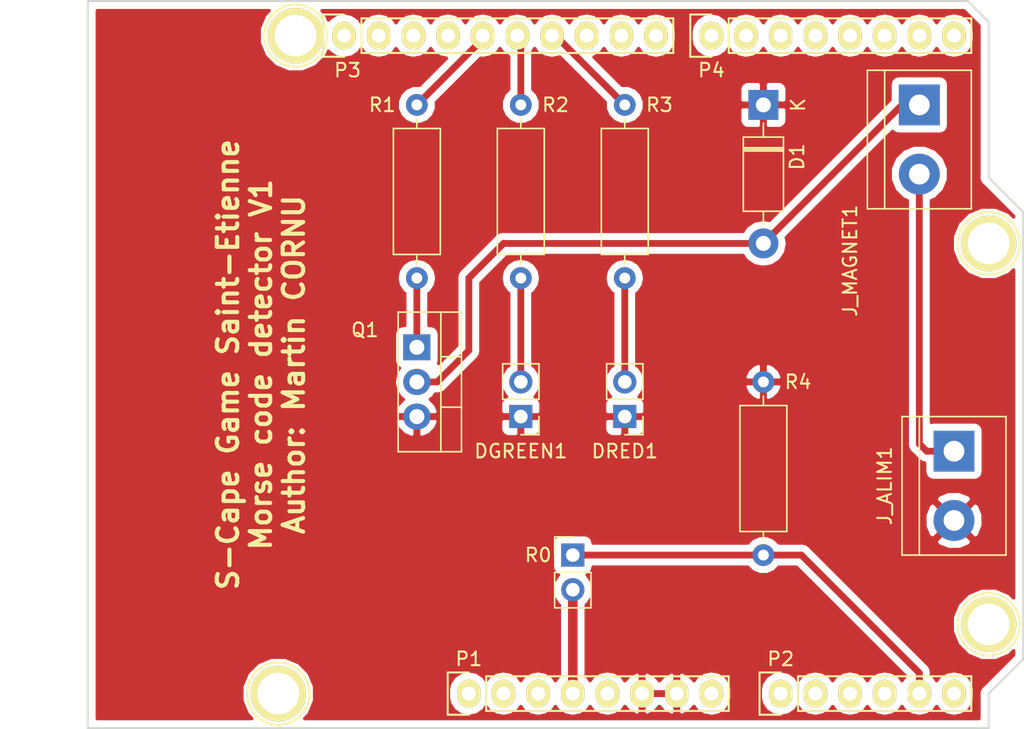
<source format=kicad_pcb>
(kicad_pcb (version 20171130) (host pcbnew "(5.0.2)-1")

  (general
    (thickness 1.6)
    (drawings 27)
    (tracks 32)
    (zones 0)
    (modules 19)
    (nets 41)
  )

  (page A4)
  (title_block
    (title "Morse code detector shield")
    (date 2018-12-30)
    (rev 1.1)
    (company "Martin CORNU")
  )

  (layers
    (0 F.Cu signal)
    (31 B.Cu signal)
    (32 B.Adhes user)
    (33 F.Adhes user)
    (34 B.Paste user)
    (35 F.Paste user)
    (36 B.SilkS user)
    (37 F.SilkS user)
    (38 B.Mask user)
    (39 F.Mask user)
    (40 Dwgs.User user)
    (41 Cmts.User user)
    (42 Eco1.User user)
    (43 Eco2.User user)
    (44 Edge.Cuts user)
    (45 Margin user)
    (46 B.CrtYd user hide)
    (47 F.CrtYd user hide)
    (48 B.Fab user)
    (49 F.Fab user hide)
  )

  (setup
    (last_trace_width 0.5)
    (trace_clearance 0.35)
    (zone_clearance 0.508)
    (zone_45_only no)
    (trace_min 0.2)
    (segment_width 0.15)
    (edge_width 0.15)
    (via_size 0.6)
    (via_drill 0.4)
    (via_min_size 0.4)
    (via_min_drill 0.3)
    (uvia_size 0.3)
    (uvia_drill 0.1)
    (uvias_allowed no)
    (uvia_min_size 0.2)
    (uvia_min_drill 0.1)
    (pcb_text_width 0.3)
    (pcb_text_size 1.5 1.5)
    (mod_edge_width 0.15)
    (mod_text_size 1 1)
    (mod_text_width 0.15)
    (pad_size 4.064 4.064)
    (pad_drill 3.048)
    (pad_to_mask_clearance 0)
    (solder_mask_min_width 0.25)
    (aux_axis_origin 110.998 126.365)
    (grid_origin 110.998 126.365)
    (visible_elements 7FFFFFFF)
    (pcbplotparams
      (layerselection 0x010f0_ffffffff)
      (usegerberextensions true)
      (usegerberattributes false)
      (usegerberadvancedattributes false)
      (creategerberjobfile false)
      (excludeedgelayer true)
      (linewidth 0.100000)
      (plotframeref false)
      (viasonmask false)
      (mode 1)
      (useauxorigin false)
      (hpglpennumber 1)
      (hpglpenspeed 20)
      (hpglpendiameter 15.000000)
      (psnegative false)
      (psa4output false)
      (plotreference true)
      (plotvalue true)
      (plotinvisibletext false)
      (padsonsilk false)
      (subtractmaskfromsilk false)
      (outputformat 1)
      (mirror false)
      (drillshape 0)
      (scaleselection 1)
      (outputdirectory "Gerbers/"))
  )

  (net 0 "")
  (net 1 /IOREF)
  (net 2 /Reset)
  (net 3 GND)
  (net 4 /Vin)
  (net 5 /A0)
  (net 6 /A1)
  (net 7 /A2)
  (net 8 /A3)
  (net 9 /AREF)
  (net 10 "/A4(SDA)")
  (net 11 "/A5(SCL)")
  (net 12 "/9(**)")
  (net 13 /8)
  (net 14 /7)
  (net 15 "/6(**)")
  (net 16 "/5(**)")
  (net 17 /4)
  (net 18 "/3(**)")
  (net 19 /2)
  (net 20 "/1(Tx)")
  (net 21 "/0(Rx)")
  (net 22 "Net-(P5-Pad1)")
  (net 23 "Net-(P6-Pad1)")
  (net 24 "Net-(P7-Pad1)")
  (net 25 "Net-(P8-Pad1)")
  (net 26 "/13(SCK)")
  (net 27 "/10(**/SS)")
  (net 28 "Net-(P1-Pad1)")
  (net 29 +3V3)
  (net 30 "/12(MISO)")
  (net 31 "/11(**/MOSI)")
  (net 32 "Net-(D1-Pad2)")
  (net 33 "Net-(DGREEN1-Pad2)")
  (net 34 "Net-(DRED1-Pad2)")
  (net 35 "Net-(J_ALIM1-Pad1)")
  (net 36 "Net-(P1-Pad5)")
  (net 37 "Net-(Q1-Pad1)")
  (net 38 "Net-(P3-Pad1)")
  (net 39 "Net-(P3-Pad4)")
  (net 40 "Net-(P3-Pad2)")

  (net_class Default "This is the default net class."
    (clearance 0.35)
    (trace_width 0.5)
    (via_dia 0.6)
    (via_drill 0.4)
    (uvia_dia 0.3)
    (uvia_drill 0.1)
    (add_net "/0(Rx)")
    (add_net "/1(Tx)")
    (add_net "/10(**/SS)")
    (add_net "/11(**/MOSI)")
    (add_net "/12(MISO)")
    (add_net "/13(SCK)")
    (add_net /2)
    (add_net "/3(**)")
    (add_net /4)
    (add_net "/5(**)")
    (add_net "/6(**)")
    (add_net /7)
    (add_net /8)
    (add_net "/9(**)")
    (add_net /A0)
    (add_net /A1)
    (add_net /A2)
    (add_net /A3)
    (add_net "/A4(SDA)")
    (add_net "/A5(SCL)")
    (add_net /AREF)
    (add_net /IOREF)
    (add_net /Reset)
    (add_net "Net-(D1-Pad2)")
    (add_net "Net-(DGREEN1-Pad2)")
    (add_net "Net-(DRED1-Pad2)")
    (add_net "Net-(J_ALIM1-Pad1)")
    (add_net "Net-(P1-Pad1)")
    (add_net "Net-(P1-Pad5)")
    (add_net "Net-(P3-Pad1)")
    (add_net "Net-(P3-Pad2)")
    (add_net "Net-(P3-Pad4)")
    (add_net "Net-(P5-Pad1)")
    (add_net "Net-(P6-Pad1)")
    (add_net "Net-(P7-Pad1)")
    (add_net "Net-(P8-Pad1)")
    (add_net "Net-(Q1-Pad1)")
  )

  (net_class Alimentation ""
    (clearance 0.35)
    (trace_width 0.7)
    (via_dia 0.6)
    (via_drill 0.4)
    (uvia_dia 0.3)
    (uvia_drill 0.1)
    (add_net +3V3)
    (add_net /Vin)
    (add_net GND)
  )

  (module Socket_Arduino_Uno:Socket_Strip_Arduino_1x08 locked (layer F.Cu) (tedit 552168D2) (tstamp 551AF9EA)
    (at 138.938 123.825)
    (descr "Through hole socket strip")
    (tags "socket strip")
    (path /56D70129)
    (fp_text reference P1 (at 0 -2.54) (layer F.SilkS)
      (effects (font (size 1 1) (thickness 0.15)))
    )
    (fp_text value Power (at 0 0) (layer F.Fab)
      (effects (font (size 1 1) (thickness 0.15)))
    )
    (fp_line (start -1.75 -1.75) (end -1.75 1.75) (layer F.CrtYd) (width 0.05))
    (fp_line (start 19.55 -1.75) (end 19.55 1.75) (layer F.CrtYd) (width 0.05))
    (fp_line (start -1.75 -1.75) (end 19.55 -1.75) (layer F.CrtYd) (width 0.05))
    (fp_line (start -1.75 1.75) (end 19.55 1.75) (layer F.CrtYd) (width 0.05))
    (fp_line (start 1.27 1.27) (end 19.05 1.27) (layer F.SilkS) (width 0.15))
    (fp_line (start 19.05 1.27) (end 19.05 -1.27) (layer F.SilkS) (width 0.15))
    (fp_line (start 19.05 -1.27) (end 1.27 -1.27) (layer F.SilkS) (width 0.15))
    (fp_line (start -1.55 1.55) (end 0 1.55) (layer F.SilkS) (width 0.15))
    (fp_line (start 1.27 1.27) (end 1.27 -1.27) (layer F.SilkS) (width 0.15))
    (fp_line (start 0 -1.55) (end -1.55 -1.55) (layer F.SilkS) (width 0.15))
    (fp_line (start -1.55 -1.55) (end -1.55 1.55) (layer F.SilkS) (width 0.15))
    (pad 1 thru_hole oval (at 0 0) (size 1.7272 2.032) (drill 1.016) (layers *.Cu *.Mask F.SilkS)
      (net 28 "Net-(P1-Pad1)"))
    (pad 2 thru_hole oval (at 2.54 0) (size 1.7272 2.032) (drill 1.016) (layers *.Cu *.Mask F.SilkS)
      (net 1 /IOREF))
    (pad 3 thru_hole oval (at 5.08 0) (size 1.7272 2.032) (drill 1.016) (layers *.Cu *.Mask F.SilkS)
      (net 2 /Reset))
    (pad 4 thru_hole oval (at 7.62 0) (size 1.7272 2.032) (drill 1.016) (layers *.Cu *.Mask F.SilkS)
      (net 29 +3V3))
    (pad 5 thru_hole oval (at 10.16 0) (size 1.7272 2.032) (drill 1.016) (layers *.Cu *.Mask F.SilkS)
      (net 36 "Net-(P1-Pad5)"))
    (pad 6 thru_hole oval (at 12.7 0) (size 1.7272 2.032) (drill 1.016) (layers *.Cu *.Mask F.SilkS)
      (net 3 GND))
    (pad 7 thru_hole oval (at 15.24 0) (size 1.7272 2.032) (drill 1.016) (layers *.Cu *.Mask F.SilkS)
      (net 3 GND))
    (pad 8 thru_hole oval (at 17.78 0) (size 1.7272 2.032) (drill 1.016) (layers *.Cu *.Mask F.SilkS)
      (net 4 /Vin))
    (model ${KIPRJMOD}/Socket_Arduino_Uno.3dshapes/Socket_header_Arduino_1x08.wrl
      (offset (xyz 8.889999866485596 0 0))
      (scale (xyz 1 1 1))
      (rotate (xyz 0 0 180))
    )
  )

  (module Socket_Arduino_Uno:Socket_Strip_Arduino_1x06 locked (layer F.Cu) (tedit 552168D6) (tstamp 551AF9FF)
    (at 161.798 123.825)
    (descr "Through hole socket strip")
    (tags "socket strip")
    (path /56D70DD8)
    (fp_text reference P2 (at 0 -2.54) (layer F.SilkS)
      (effects (font (size 1 1) (thickness 0.15)))
    )
    (fp_text value Analog (at 0 0) (layer F.Fab)
      (effects (font (size 1 1) (thickness 0.15)))
    )
    (fp_line (start -1.75 -1.75) (end -1.75 1.75) (layer F.CrtYd) (width 0.05))
    (fp_line (start 14.45 -1.75) (end 14.45 1.75) (layer F.CrtYd) (width 0.05))
    (fp_line (start -1.75 -1.75) (end 14.45 -1.75) (layer F.CrtYd) (width 0.05))
    (fp_line (start -1.75 1.75) (end 14.45 1.75) (layer F.CrtYd) (width 0.05))
    (fp_line (start 1.27 1.27) (end 13.97 1.27) (layer F.SilkS) (width 0.15))
    (fp_line (start 13.97 1.27) (end 13.97 -1.27) (layer F.SilkS) (width 0.15))
    (fp_line (start 13.97 -1.27) (end 1.27 -1.27) (layer F.SilkS) (width 0.15))
    (fp_line (start -1.55 1.55) (end 0 1.55) (layer F.SilkS) (width 0.15))
    (fp_line (start 1.27 1.27) (end 1.27 -1.27) (layer F.SilkS) (width 0.15))
    (fp_line (start 0 -1.55) (end -1.55 -1.55) (layer F.SilkS) (width 0.15))
    (fp_line (start -1.55 -1.55) (end -1.55 1.55) (layer F.SilkS) (width 0.15))
    (pad 1 thru_hole oval (at 0 0) (size 1.7272 2.032) (drill 1.016) (layers *.Cu *.Mask F.SilkS)
      (net 5 /A0))
    (pad 2 thru_hole oval (at 2.54 0) (size 1.7272 2.032) (drill 1.016) (layers *.Cu *.Mask F.SilkS)
      (net 6 /A1))
    (pad 3 thru_hole oval (at 5.08 0) (size 1.7272 2.032) (drill 1.016) (layers *.Cu *.Mask F.SilkS)
      (net 7 /A2))
    (pad 4 thru_hole oval (at 7.62 0) (size 1.7272 2.032) (drill 1.016) (layers *.Cu *.Mask F.SilkS)
      (net 8 /A3))
    (pad 5 thru_hole oval (at 10.16 0) (size 1.7272 2.032) (drill 1.016) (layers *.Cu *.Mask F.SilkS)
      (net 10 "/A4(SDA)"))
    (pad 6 thru_hole oval (at 12.7 0) (size 1.7272 2.032) (drill 1.016) (layers *.Cu *.Mask F.SilkS)
      (net 11 "/A5(SCL)"))
    (model ${KIPRJMOD}/Socket_Arduino_Uno.3dshapes/Socket_header_Arduino_1x06.wrl
      (offset (xyz 6.349999904632568 0 0))
      (scale (xyz 1 1 1))
      (rotate (xyz 0 0 180))
    )
  )

  (module Socket_Arduino_Uno:Socket_Strip_Arduino_1x10 locked (layer F.Cu) (tedit 552168BF) (tstamp 551AFA18)
    (at 129.794 75.565)
    (descr "Through hole socket strip")
    (tags "socket strip")
    (path /56D721E0)
    (fp_text reference P3 (at 0.254 2.54) (layer F.SilkS)
      (effects (font (size 1 1) (thickness 0.15)))
    )
    (fp_text value Digital (at 0.254 0) (layer F.Fab)
      (effects (font (size 1 1) (thickness 0.15)))
    )
    (fp_line (start -1.75 -1.75) (end -1.75 1.75) (layer F.CrtYd) (width 0.05))
    (fp_line (start 24.65 -1.75) (end 24.65 1.75) (layer F.CrtYd) (width 0.05))
    (fp_line (start -1.75 -1.75) (end 24.65 -1.75) (layer F.CrtYd) (width 0.05))
    (fp_line (start -1.75 1.75) (end 24.65 1.75) (layer F.CrtYd) (width 0.05))
    (fp_line (start 1.27 1.27) (end 24.13 1.27) (layer F.SilkS) (width 0.15))
    (fp_line (start 24.13 1.27) (end 24.13 -1.27) (layer F.SilkS) (width 0.15))
    (fp_line (start 24.13 -1.27) (end 1.27 -1.27) (layer F.SilkS) (width 0.15))
    (fp_line (start -1.55 1.55) (end 0 1.55) (layer F.SilkS) (width 0.15))
    (fp_line (start 1.27 1.27) (end 1.27 -1.27) (layer F.SilkS) (width 0.15))
    (fp_line (start 0 -1.55) (end -1.55 -1.55) (layer F.SilkS) (width 0.15))
    (fp_line (start -1.55 -1.55) (end -1.55 1.55) (layer F.SilkS) (width 0.15))
    (pad 1 thru_hole oval (at 0 0) (size 1.7272 2.032) (drill 1.016) (layers *.Cu *.Mask F.SilkS)
      (net 38 "Net-(P3-Pad1)"))
    (pad 2 thru_hole oval (at 2.54 0) (size 1.7272 2.032) (drill 1.016) (layers *.Cu *.Mask F.SilkS)
      (net 40 "Net-(P3-Pad2)"))
    (pad 3 thru_hole oval (at 5.08 0) (size 1.7272 2.032) (drill 1.016) (layers *.Cu *.Mask F.SilkS)
      (net 9 /AREF))
    (pad 4 thru_hole oval (at 7.62 0) (size 1.7272 2.032) (drill 1.016) (layers *.Cu *.Mask F.SilkS)
      (net 39 "Net-(P3-Pad4)"))
    (pad 5 thru_hole oval (at 10.16 0) (size 1.7272 2.032) (drill 1.016) (layers *.Cu *.Mask F.SilkS)
      (net 26 "/13(SCK)"))
    (pad 6 thru_hole oval (at 12.7 0) (size 1.7272 2.032) (drill 1.016) (layers *.Cu *.Mask F.SilkS)
      (net 30 "/12(MISO)"))
    (pad 7 thru_hole oval (at 15.24 0) (size 1.7272 2.032) (drill 1.016) (layers *.Cu *.Mask F.SilkS)
      (net 31 "/11(**/MOSI)"))
    (pad 8 thru_hole oval (at 17.78 0) (size 1.7272 2.032) (drill 1.016) (layers *.Cu *.Mask F.SilkS)
      (net 27 "/10(**/SS)"))
    (pad 9 thru_hole oval (at 20.32 0) (size 1.7272 2.032) (drill 1.016) (layers *.Cu *.Mask F.SilkS)
      (net 12 "/9(**)"))
    (pad 10 thru_hole oval (at 22.86 0) (size 1.7272 2.032) (drill 1.016) (layers *.Cu *.Mask F.SilkS)
      (net 13 /8))
    (model ${KIPRJMOD}/Socket_Arduino_Uno.3dshapes/Socket_header_Arduino_1x10.wrl
      (offset (xyz 11.42999982833862 0 0))
      (scale (xyz 1 1 1))
      (rotate (xyz 0 0 180))
    )
  )

  (module Socket_Arduino_Uno:Socket_Strip_Arduino_1x08 locked (layer F.Cu) (tedit 552168C7) (tstamp 551AFA2F)
    (at 156.718 75.565)
    (descr "Through hole socket strip")
    (tags "socket strip")
    (path /56D7164F)
    (fp_text reference P4 (at 0 2.54) (layer F.SilkS)
      (effects (font (size 1 1) (thickness 0.15)))
    )
    (fp_text value Digital (at 0 0) (layer F.Fab)
      (effects (font (size 1 1) (thickness 0.15)))
    )
    (fp_line (start -1.75 -1.75) (end -1.75 1.75) (layer F.CrtYd) (width 0.05))
    (fp_line (start 19.55 -1.75) (end 19.55 1.75) (layer F.CrtYd) (width 0.05))
    (fp_line (start -1.75 -1.75) (end 19.55 -1.75) (layer F.CrtYd) (width 0.05))
    (fp_line (start -1.75 1.75) (end 19.55 1.75) (layer F.CrtYd) (width 0.05))
    (fp_line (start 1.27 1.27) (end 19.05 1.27) (layer F.SilkS) (width 0.15))
    (fp_line (start 19.05 1.27) (end 19.05 -1.27) (layer F.SilkS) (width 0.15))
    (fp_line (start 19.05 -1.27) (end 1.27 -1.27) (layer F.SilkS) (width 0.15))
    (fp_line (start -1.55 1.55) (end 0 1.55) (layer F.SilkS) (width 0.15))
    (fp_line (start 1.27 1.27) (end 1.27 -1.27) (layer F.SilkS) (width 0.15))
    (fp_line (start 0 -1.55) (end -1.55 -1.55) (layer F.SilkS) (width 0.15))
    (fp_line (start -1.55 -1.55) (end -1.55 1.55) (layer F.SilkS) (width 0.15))
    (pad 1 thru_hole oval (at 0 0) (size 1.7272 2.032) (drill 1.016) (layers *.Cu *.Mask F.SilkS)
      (net 14 /7))
    (pad 2 thru_hole oval (at 2.54 0) (size 1.7272 2.032) (drill 1.016) (layers *.Cu *.Mask F.SilkS)
      (net 15 "/6(**)"))
    (pad 3 thru_hole oval (at 5.08 0) (size 1.7272 2.032) (drill 1.016) (layers *.Cu *.Mask F.SilkS)
      (net 16 "/5(**)"))
    (pad 4 thru_hole oval (at 7.62 0) (size 1.7272 2.032) (drill 1.016) (layers *.Cu *.Mask F.SilkS)
      (net 17 /4))
    (pad 5 thru_hole oval (at 10.16 0) (size 1.7272 2.032) (drill 1.016) (layers *.Cu *.Mask F.SilkS)
      (net 18 "/3(**)"))
    (pad 6 thru_hole oval (at 12.7 0) (size 1.7272 2.032) (drill 1.016) (layers *.Cu *.Mask F.SilkS)
      (net 19 /2))
    (pad 7 thru_hole oval (at 15.24 0) (size 1.7272 2.032) (drill 1.016) (layers *.Cu *.Mask F.SilkS)
      (net 20 "/1(Tx)"))
    (pad 8 thru_hole oval (at 17.78 0) (size 1.7272 2.032) (drill 1.016) (layers *.Cu *.Mask F.SilkS)
      (net 21 "/0(Rx)"))
    (model ${KIPRJMOD}/Socket_Arduino_Uno.3dshapes/Socket_header_Arduino_1x08.wrl
      (offset (xyz 8.889999866485596 0 0))
      (scale (xyz 1 1 1))
      (rotate (xyz 0 0 180))
    )
  )

  (module Socket_Arduino_Uno:Arduino_1pin locked (layer F.Cu) (tedit 5524FC39) (tstamp 5524FC3F)
    (at 124.968 123.825)
    (descr "module 1 pin (ou trou mecanique de percage)")
    (tags DEV)
    (path /56D71177)
    (fp_text reference P5 (at 0 -3.048) (layer F.SilkS) hide
      (effects (font (size 1 1) (thickness 0.15)))
    )
    (fp_text value CONN_01X01 (at 0 0) (layer F.Fab) hide
      (effects (font (size 1 1) (thickness 0.15)))
    )
    (fp_circle (center 0 0) (end 0 -2.286) (layer F.SilkS) (width 0.15))
    (pad 1 thru_hole circle (at 0 0) (size 4.064 4.064) (drill 3.048) (layers *.Cu *.Mask F.SilkS)
      (net 22 "Net-(P5-Pad1)"))
  )

  (module Socket_Arduino_Uno:Arduino_1pin locked (layer F.Cu) (tedit 5C294467) (tstamp 5524FC44)
    (at 177.038 118.745)
    (descr "module 1 pin (ou trou mecanique de percage)")
    (tags DEV)
    (path /56D71274)
    (fp_text reference P6 (at 0 -3.048) (layer F.SilkS) hide
      (effects (font (size 1 1) (thickness 0.15)))
    )
    (fp_text value CONN_01X01 (at 0 0) (layer F.Fab) hide
      (effects (font (size 1 1) (thickness 0.15)))
    )
    (fp_circle (center 0 0) (end 0 -2.286) (layer F.SilkS) (width 0.15))
    (pad 1 thru_hole circle (at 0 0) (size 4.064 4.064) (drill 3.048) (layers *.Cu *.Mask F.SilkS)
      (net 23 "Net-(P6-Pad1)"))
  )

  (module Socket_Arduino_Uno:Arduino_1pin locked (layer F.Cu) (tedit 5524FC2F) (tstamp 5524FC49)
    (at 126.238 75.565)
    (descr "module 1 pin (ou trou mecanique de percage)")
    (tags DEV)
    (path /56D712A8)
    (fp_text reference P7 (at 0 -3.048) (layer F.SilkS) hide
      (effects (font (size 1 1) (thickness 0.15)))
    )
    (fp_text value CONN_01X01 (at 0 2.794) (layer F.Fab) hide
      (effects (font (size 1 1) (thickness 0.15)))
    )
    (fp_circle (center 0 0) (end 0 -2.286) (layer F.SilkS) (width 0.15))
    (pad 1 thru_hole circle (at 0 0) (size 4.064 4.064) (drill 3.048) (layers *.Cu *.Mask F.SilkS)
      (net 24 "Net-(P7-Pad1)"))
  )

  (module Socket_Arduino_Uno:Arduino_1pin locked (layer F.Cu) (tedit 5524FC41) (tstamp 5524FC4E)
    (at 177.038 90.805)
    (descr "module 1 pin (ou trou mecanique de percage)")
    (tags DEV)
    (path /56D712DB)
    (fp_text reference P8 (at 0 -3.048) (layer F.SilkS) hide
      (effects (font (size 1 1) (thickness 0.15)))
    )
    (fp_text value CONN_01X01 (at 0 0) (layer F.Fab) hide
      (effects (font (size 1 1) (thickness 0.15)))
    )
    (fp_circle (center 0 0) (end 0 -2.286) (layer F.SilkS) (width 0.15))
    (pad 1 thru_hole circle (at 0 0) (size 4.064 4.064) (drill 3.048) (layers *.Cu *.Mask F.SilkS)
      (net 25 "Net-(P8-Pad1)"))
  )

  (module Diode_THT:D_DO-41_SOD81_P10.16mm_Horizontal (layer F.Cu) (tedit 5C2944B9) (tstamp 5C359C46)
    (at 160.528 80.645 270)
    (descr "Diode, DO-41_SOD81 series, Axial, Horizontal, pin pitch=10.16mm, , length*diameter=5.2*2.7mm^2, , http://www.diodes.com/_files/packages/DO-41%20(Plastic).pdf")
    (tags "Diode DO-41_SOD81 series Axial Horizontal pin pitch 10.16mm  length 5.2mm diameter 2.7mm")
    (path /5C29F05D)
    (fp_text reference D1 (at 3.81 -2.47 270) (layer F.SilkS)
      (effects (font (size 1 1) (thickness 0.15)))
    )
    (fp_text value 1N4001 (at 5.08 2.47 270) (layer F.Fab)
      (effects (font (size 1 1) (thickness 0.15)))
    )
    (fp_text user K (at 0 -2.54 270) (layer F.SilkS)
      (effects (font (size 1 1) (thickness 0.15)))
    )
    (fp_text user K (at 0 -2.1 270) (layer F.Fab)
      (effects (font (size 1 1) (thickness 0.15)))
    )
    (fp_text user %R (at 5.47 0 270) (layer F.Fab)
      (effects (font (size 1 1) (thickness 0.15)))
    )
    (fp_line (start 11.51 -1.6) (end -1.35 -1.6) (layer F.CrtYd) (width 0.05))
    (fp_line (start 11.51 1.6) (end 11.51 -1.6) (layer F.CrtYd) (width 0.05))
    (fp_line (start -1.35 1.6) (end 11.51 1.6) (layer F.CrtYd) (width 0.05))
    (fp_line (start -1.35 -1.6) (end -1.35 1.6) (layer F.CrtYd) (width 0.05))
    (fp_line (start 3.14 -1.47) (end 3.14 1.47) (layer F.SilkS) (width 0.12))
    (fp_line (start 3.38 -1.47) (end 3.38 1.47) (layer F.SilkS) (width 0.12))
    (fp_line (start 3.26 -1.47) (end 3.26 1.47) (layer F.SilkS) (width 0.12))
    (fp_line (start 8.82 0) (end 7.8 0) (layer F.SilkS) (width 0.12))
    (fp_line (start 1.34 0) (end 2.36 0) (layer F.SilkS) (width 0.12))
    (fp_line (start 7.8 -1.47) (end 2.36 -1.47) (layer F.SilkS) (width 0.12))
    (fp_line (start 7.8 1.47) (end 7.8 -1.47) (layer F.SilkS) (width 0.12))
    (fp_line (start 2.36 1.47) (end 7.8 1.47) (layer F.SilkS) (width 0.12))
    (fp_line (start 2.36 -1.47) (end 2.36 1.47) (layer F.SilkS) (width 0.12))
    (fp_line (start 3.16 -1.35) (end 3.16 1.35) (layer F.Fab) (width 0.1))
    (fp_line (start 3.36 -1.35) (end 3.36 1.35) (layer F.Fab) (width 0.1))
    (fp_line (start 3.26 -1.35) (end 3.26 1.35) (layer F.Fab) (width 0.1))
    (fp_line (start 10.16 0) (end 7.68 0) (layer F.Fab) (width 0.1))
    (fp_line (start 0 0) (end 2.48 0) (layer F.Fab) (width 0.1))
    (fp_line (start 7.68 -1.35) (end 2.48 -1.35) (layer F.Fab) (width 0.1))
    (fp_line (start 7.68 1.35) (end 7.68 -1.35) (layer F.Fab) (width 0.1))
    (fp_line (start 2.48 1.35) (end 7.68 1.35) (layer F.Fab) (width 0.1))
    (fp_line (start 2.48 -1.35) (end 2.48 1.35) (layer F.Fab) (width 0.1))
    (pad 2 thru_hole oval (at 10.16 0 270) (size 2.2 2.2) (drill 1.1) (layers *.Cu *.Mask)
      (net 32 "Net-(D1-Pad2)"))
    (pad 1 thru_hole rect (at 0 0 270) (size 2.2 2.2) (drill 1.1) (layers *.Cu *.Mask)
      (net 3 GND))
    (model ${KISYS3DMOD}/Diode_THT.3dshapes/D_DO-41_SOD81_P10.16mm_Horizontal.wrl
      (at (xyz 0 0 0))
      (scale (xyz 1 1 1))
      (rotate (xyz 0 0 0))
    )
  )

  (module TerminalBlock:TerminalBlock_bornier-2_P5.08mm (layer F.Cu) (tedit 59FF03AB) (tstamp 5C359B01)
    (at 174.498 106.045 270)
    (descr "simple 2-pin terminal block, pitch 5.08mm, revamped version of bornier2")
    (tags "terminal block bornier2")
    (path /5C29BBE8)
    (fp_text reference J_ALIM1 (at 2.54 5.08 270) (layer F.SilkS)
      (effects (font (size 1 1) (thickness 0.15)))
    )
    (fp_text value Conn_01x02 (at 2.54 5.08 270) (layer F.Fab)
      (effects (font (size 1 1) (thickness 0.15)))
    )
    (fp_text user %R (at 2.54 0 270) (layer F.Fab)
      (effects (font (size 1 1) (thickness 0.15)))
    )
    (fp_line (start -2.41 2.55) (end 7.49 2.55) (layer F.Fab) (width 0.1))
    (fp_line (start -2.46 -3.75) (end -2.46 3.75) (layer F.Fab) (width 0.1))
    (fp_line (start -2.46 3.75) (end 7.54 3.75) (layer F.Fab) (width 0.1))
    (fp_line (start 7.54 3.75) (end 7.54 -3.75) (layer F.Fab) (width 0.1))
    (fp_line (start 7.54 -3.75) (end -2.46 -3.75) (layer F.Fab) (width 0.1))
    (fp_line (start 7.62 2.54) (end -2.54 2.54) (layer F.SilkS) (width 0.12))
    (fp_line (start 7.62 3.81) (end 7.62 -3.81) (layer F.SilkS) (width 0.12))
    (fp_line (start 7.62 -3.81) (end -2.54 -3.81) (layer F.SilkS) (width 0.12))
    (fp_line (start -2.54 -3.81) (end -2.54 3.81) (layer F.SilkS) (width 0.12))
    (fp_line (start -2.54 3.81) (end 7.62 3.81) (layer F.SilkS) (width 0.12))
    (fp_line (start -2.71 -4) (end 7.79 -4) (layer F.CrtYd) (width 0.05))
    (fp_line (start -2.71 -4) (end -2.71 4) (layer F.CrtYd) (width 0.05))
    (fp_line (start 7.79 4) (end 7.79 -4) (layer F.CrtYd) (width 0.05))
    (fp_line (start 7.79 4) (end -2.71 4) (layer F.CrtYd) (width 0.05))
    (pad 1 thru_hole rect (at 0 0 270) (size 3 3) (drill 1.52) (layers *.Cu *.Mask)
      (net 35 "Net-(J_ALIM1-Pad1)"))
    (pad 2 thru_hole circle (at 5.08 0 270) (size 3 3) (drill 1.52) (layers *.Cu *.Mask)
      (net 3 GND))
    (model ${KISYS3DMOD}/TerminalBlock.3dshapes/TerminalBlock_bornier-2_P5.08mm.wrl
      (offset (xyz 2.539999961853027 0 0))
      (scale (xyz 1 1 1))
      (rotate (xyz 0 0 0))
    )
  )

  (module TerminalBlock:TerminalBlock_bornier-2_P5.08mm (layer F.Cu) (tedit 5C2944B5) (tstamp 5C3599FF)
    (at 171.958 80.645 270)
    (descr "simple 2-pin terminal block, pitch 5.08mm, revamped version of bornier2")
    (tags "terminal block bornier2")
    (path /5C29807A)
    (fp_text reference J_MAGNET1 (at 11.43 5.08 90) (layer F.SilkS)
      (effects (font (size 1 1) (thickness 0.15)))
    )
    (fp_text value Conn_01x02 (at 2.54 5.08 270) (layer F.Fab)
      (effects (font (size 1 1) (thickness 0.15)))
    )
    (fp_line (start 7.79 4) (end -2.71 4) (layer F.CrtYd) (width 0.05))
    (fp_line (start 7.79 4) (end 7.79 -4) (layer F.CrtYd) (width 0.05))
    (fp_line (start -2.71 -4) (end -2.71 4) (layer F.CrtYd) (width 0.05))
    (fp_line (start -2.71 -4) (end 7.79 -4) (layer F.CrtYd) (width 0.05))
    (fp_line (start -2.54 3.81) (end 7.62 3.81) (layer F.SilkS) (width 0.12))
    (fp_line (start -2.54 -3.81) (end -2.54 3.81) (layer F.SilkS) (width 0.12))
    (fp_line (start 7.62 -3.81) (end -2.54 -3.81) (layer F.SilkS) (width 0.12))
    (fp_line (start 7.62 3.81) (end 7.62 -3.81) (layer F.SilkS) (width 0.12))
    (fp_line (start 7.62 2.54) (end -2.54 2.54) (layer F.SilkS) (width 0.12))
    (fp_line (start 7.54 -3.75) (end -2.46 -3.75) (layer F.Fab) (width 0.1))
    (fp_line (start 7.54 3.75) (end 7.54 -3.75) (layer F.Fab) (width 0.1))
    (fp_line (start -2.46 3.75) (end 7.54 3.75) (layer F.Fab) (width 0.1))
    (fp_line (start -2.46 -3.75) (end -2.46 3.75) (layer F.Fab) (width 0.1))
    (fp_line (start -2.41 2.55) (end 7.49 2.55) (layer F.Fab) (width 0.1))
    (fp_text user %R (at 2.54 0 270) (layer F.Fab)
      (effects (font (size 1 1) (thickness 0.15)))
    )
    (pad 2 thru_hole circle (at 5.08 0 270) (size 3 3) (drill 1.52) (layers *.Cu *.Mask)
      (net 35 "Net-(J_ALIM1-Pad1)"))
    (pad 1 thru_hole rect (at 0 0 270) (size 3 3) (drill 1.52) (layers *.Cu *.Mask)
      (net 32 "Net-(D1-Pad2)"))
    (model ${KISYS3DMOD}/TerminalBlock.3dshapes/TerminalBlock_bornier-2_P5.08mm.wrl
      (offset (xyz 2.539999961853027 0 0))
      (scale (xyz 1 1 1))
      (rotate (xyz 0 0 0))
    )
  )

  (module Package_TO_SOT_THT:TO-220-3_Vertical (layer F.Cu) (tedit 5AC8BA0D) (tstamp 5C359B81)
    (at 135.128 98.425 270)
    (descr "TO-220-3, Vertical, RM 2.54mm, see https://www.vishay.com/docs/66542/to-220-1.pdf")
    (tags "TO-220-3 Vertical RM 2.54mm")
    (path /5C295B2D)
    (fp_text reference Q1 (at -1.27 3.81) (layer F.SilkS)
      (effects (font (size 1 1) (thickness 0.15)))
    )
    (fp_text value TIP120 (at 2.54 2.5 270) (layer F.Fab)
      (effects (font (size 1 1) (thickness 0.15)))
    )
    (fp_text user %R (at 2.54 -4.27 270) (layer F.Fab)
      (effects (font (size 1 1) (thickness 0.15)))
    )
    (fp_line (start 7.79 -3.4) (end -2.71 -3.4) (layer F.CrtYd) (width 0.05))
    (fp_line (start 7.79 1.51) (end 7.79 -3.4) (layer F.CrtYd) (width 0.05))
    (fp_line (start -2.71 1.51) (end 7.79 1.51) (layer F.CrtYd) (width 0.05))
    (fp_line (start -2.71 -3.4) (end -2.71 1.51) (layer F.CrtYd) (width 0.05))
    (fp_line (start 4.391 -3.27) (end 4.391 -1.76) (layer F.SilkS) (width 0.12))
    (fp_line (start 0.69 -3.27) (end 0.69 -1.76) (layer F.SilkS) (width 0.12))
    (fp_line (start -2.58 -1.76) (end 7.66 -1.76) (layer F.SilkS) (width 0.12))
    (fp_line (start 7.66 -3.27) (end 7.66 1.371) (layer F.SilkS) (width 0.12))
    (fp_line (start -2.58 -3.27) (end -2.58 1.371) (layer F.SilkS) (width 0.12))
    (fp_line (start -2.58 1.371) (end 7.66 1.371) (layer F.SilkS) (width 0.12))
    (fp_line (start -2.58 -3.27) (end 7.66 -3.27) (layer F.SilkS) (width 0.12))
    (fp_line (start 4.39 -3.15) (end 4.39 -1.88) (layer F.Fab) (width 0.1))
    (fp_line (start 0.69 -3.15) (end 0.69 -1.88) (layer F.Fab) (width 0.1))
    (fp_line (start -2.46 -1.88) (end 7.54 -1.88) (layer F.Fab) (width 0.1))
    (fp_line (start 7.54 -3.15) (end -2.46 -3.15) (layer F.Fab) (width 0.1))
    (fp_line (start 7.54 1.25) (end 7.54 -3.15) (layer F.Fab) (width 0.1))
    (fp_line (start -2.46 1.25) (end 7.54 1.25) (layer F.Fab) (width 0.1))
    (fp_line (start -2.46 -3.15) (end -2.46 1.25) (layer F.Fab) (width 0.1))
    (pad 3 thru_hole oval (at 5.08 0 270) (size 1.905 2) (drill 1.1) (layers *.Cu *.Mask)
      (net 3 GND))
    (pad 2 thru_hole oval (at 2.54 0 270) (size 1.905 2) (drill 1.1) (layers *.Cu *.Mask)
      (net 32 "Net-(D1-Pad2)"))
    (pad 1 thru_hole rect (at 0 0 270) (size 1.905 2) (drill 1.1) (layers *.Cu *.Mask)
      (net 37 "Net-(Q1-Pad1)"))
    (model ${KISYS3DMOD}/Package_TO_SOT_THT.3dshapes/TO-220-3_Vertical.wrl
      (at (xyz 0 0 0))
      (scale (xyz 1 1 1))
      (rotate (xyz 0 0 0))
    )
  )

  (module Resistor_THT:R_Axial_DIN0309_L9.0mm_D3.2mm_P12.70mm_Horizontal (layer F.Cu) (tedit 5AE5139B) (tstamp 5C359BC9)
    (at 135.128 80.645 270)
    (descr "Resistor, Axial_DIN0309 series, Axial, Horizontal, pin pitch=12.7mm, 0.5W = 1/2W, length*diameter=9*3.2mm^2, http://cdn-reichelt.de/documents/datenblatt/B400/1_4W%23YAG.pdf")
    (tags "Resistor Axial_DIN0309 series Axial Horizontal pin pitch 12.7mm 0.5W = 1/2W length 9mm diameter 3.2mm")
    (path /5C2957EB)
    (fp_text reference R1 (at 0 2.54) (layer F.SilkS)
      (effects (font (size 1 1) (thickness 0.15)))
    )
    (fp_text value 1k (at 6.35 2.72 270) (layer F.Fab)
      (effects (font (size 1 1) (thickness 0.15)))
    )
    (fp_line (start 1.85 -1.6) (end 1.85 1.6) (layer F.Fab) (width 0.1))
    (fp_line (start 1.85 1.6) (end 10.85 1.6) (layer F.Fab) (width 0.1))
    (fp_line (start 10.85 1.6) (end 10.85 -1.6) (layer F.Fab) (width 0.1))
    (fp_line (start 10.85 -1.6) (end 1.85 -1.6) (layer F.Fab) (width 0.1))
    (fp_line (start 0 0) (end 1.85 0) (layer F.Fab) (width 0.1))
    (fp_line (start 12.7 0) (end 10.85 0) (layer F.Fab) (width 0.1))
    (fp_line (start 1.73 -1.72) (end 1.73 1.72) (layer F.SilkS) (width 0.12))
    (fp_line (start 1.73 1.72) (end 10.97 1.72) (layer F.SilkS) (width 0.12))
    (fp_line (start 10.97 1.72) (end 10.97 -1.72) (layer F.SilkS) (width 0.12))
    (fp_line (start 10.97 -1.72) (end 1.73 -1.72) (layer F.SilkS) (width 0.12))
    (fp_line (start 1.04 0) (end 1.73 0) (layer F.SilkS) (width 0.12))
    (fp_line (start 11.66 0) (end 10.97 0) (layer F.SilkS) (width 0.12))
    (fp_line (start -1.05 -1.85) (end -1.05 1.85) (layer F.CrtYd) (width 0.05))
    (fp_line (start -1.05 1.85) (end 13.75 1.85) (layer F.CrtYd) (width 0.05))
    (fp_line (start 13.75 1.85) (end 13.75 -1.85) (layer F.CrtYd) (width 0.05))
    (fp_line (start 13.75 -1.85) (end -1.05 -1.85) (layer F.CrtYd) (width 0.05))
    (fp_text user %R (at 6.35 0 270) (layer F.Fab)
      (effects (font (size 1 1) (thickness 0.15)))
    )
    (pad 1 thru_hole circle (at 0 0 270) (size 1.6 1.6) (drill 0.8) (layers *.Cu *.Mask)
      (net 26 "/13(SCK)"))
    (pad 2 thru_hole oval (at 12.7 0 270) (size 1.6 1.6) (drill 0.8) (layers *.Cu *.Mask)
      (net 37 "Net-(Q1-Pad1)"))
    (model ${KISYS3DMOD}/Resistor_THT.3dshapes/R_Axial_DIN0309_L9.0mm_D3.2mm_P12.70mm_Horizontal.wrl
      (at (xyz 0 0 0))
      (scale (xyz 1 1 1))
      (rotate (xyz 0 0 0))
    )
  )

  (module Resistor_THT:R_Axial_DIN0309_L9.0mm_D3.2mm_P12.70mm_Horizontal (layer F.Cu) (tedit 5AE5139B) (tstamp 5C359A7F)
    (at 142.748 80.645 270)
    (descr "Resistor, Axial_DIN0309 series, Axial, Horizontal, pin pitch=12.7mm, 0.5W = 1/2W, length*diameter=9*3.2mm^2, http://cdn-reichelt.de/documents/datenblatt/B400/1_4W%23YAG.pdf")
    (tags "Resistor Axial_DIN0309 series Axial Horizontal pin pitch 12.7mm 0.5W = 1/2W length 9mm diameter 3.2mm")
    (path /5C28EFB7)
    (fp_text reference R2 (at 0 -2.54) (layer F.SilkS)
      (effects (font (size 1 1) (thickness 0.15)))
    )
    (fp_text value 220 (at 6.35 2.72 270) (layer F.Fab)
      (effects (font (size 1 1) (thickness 0.15)))
    )
    (fp_line (start 1.85 -1.6) (end 1.85 1.6) (layer F.Fab) (width 0.1))
    (fp_line (start 1.85 1.6) (end 10.85 1.6) (layer F.Fab) (width 0.1))
    (fp_line (start 10.85 1.6) (end 10.85 -1.6) (layer F.Fab) (width 0.1))
    (fp_line (start 10.85 -1.6) (end 1.85 -1.6) (layer F.Fab) (width 0.1))
    (fp_line (start 0 0) (end 1.85 0) (layer F.Fab) (width 0.1))
    (fp_line (start 12.7 0) (end 10.85 0) (layer F.Fab) (width 0.1))
    (fp_line (start 1.73 -1.72) (end 1.73 1.72) (layer F.SilkS) (width 0.12))
    (fp_line (start 1.73 1.72) (end 10.97 1.72) (layer F.SilkS) (width 0.12))
    (fp_line (start 10.97 1.72) (end 10.97 -1.72) (layer F.SilkS) (width 0.12))
    (fp_line (start 10.97 -1.72) (end 1.73 -1.72) (layer F.SilkS) (width 0.12))
    (fp_line (start 1.04 0) (end 1.73 0) (layer F.SilkS) (width 0.12))
    (fp_line (start 11.66 0) (end 10.97 0) (layer F.SilkS) (width 0.12))
    (fp_line (start -1.05 -1.85) (end -1.05 1.85) (layer F.CrtYd) (width 0.05))
    (fp_line (start -1.05 1.85) (end 13.75 1.85) (layer F.CrtYd) (width 0.05))
    (fp_line (start 13.75 1.85) (end 13.75 -1.85) (layer F.CrtYd) (width 0.05))
    (fp_line (start 13.75 -1.85) (end -1.05 -1.85) (layer F.CrtYd) (width 0.05))
    (fp_text user %R (at 6.35 0 270) (layer F.Fab)
      (effects (font (size 1 1) (thickness 0.15)))
    )
    (pad 1 thru_hole circle (at 0 0 270) (size 1.6 1.6) (drill 0.8) (layers *.Cu *.Mask)
      (net 30 "/12(MISO)"))
    (pad 2 thru_hole oval (at 12.7 0 270) (size 1.6 1.6) (drill 0.8) (layers *.Cu *.Mask)
      (net 33 "Net-(DGREEN1-Pad2)"))
    (model ${KISYS3DMOD}/Resistor_THT.3dshapes/R_Axial_DIN0309_L9.0mm_D3.2mm_P12.70mm_Horizontal.wrl
      (at (xyz 0 0 0))
      (scale (xyz 1 1 1))
      (rotate (xyz 0 0 0))
    )
  )

  (module Resistor_THT:R_Axial_DIN0309_L9.0mm_D3.2mm_P12.70mm_Horizontal (layer F.Cu) (tedit 5AE5139B) (tstamp 5C359A3D)
    (at 150.368 80.645 270)
    (descr "Resistor, Axial_DIN0309 series, Axial, Horizontal, pin pitch=12.7mm, 0.5W = 1/2W, length*diameter=9*3.2mm^2, http://cdn-reichelt.de/documents/datenblatt/B400/1_4W%23YAG.pdf")
    (tags "Resistor Axial_DIN0309 series Axial Horizontal pin pitch 12.7mm 0.5W = 1/2W length 9mm diameter 3.2mm")
    (path /5C28F33E)
    (fp_text reference R3 (at 0 -2.54) (layer F.SilkS)
      (effects (font (size 1 1) (thickness 0.15)))
    )
    (fp_text value 220 (at 6.35 2.72 270) (layer F.Fab)
      (effects (font (size 1 1) (thickness 0.15)))
    )
    (fp_text user %R (at 6.35 0 270) (layer F.Fab)
      (effects (font (size 1 1) (thickness 0.15)))
    )
    (fp_line (start 13.75 -1.85) (end -1.05 -1.85) (layer F.CrtYd) (width 0.05))
    (fp_line (start 13.75 1.85) (end 13.75 -1.85) (layer F.CrtYd) (width 0.05))
    (fp_line (start -1.05 1.85) (end 13.75 1.85) (layer F.CrtYd) (width 0.05))
    (fp_line (start -1.05 -1.85) (end -1.05 1.85) (layer F.CrtYd) (width 0.05))
    (fp_line (start 11.66 0) (end 10.97 0) (layer F.SilkS) (width 0.12))
    (fp_line (start 1.04 0) (end 1.73 0) (layer F.SilkS) (width 0.12))
    (fp_line (start 10.97 -1.72) (end 1.73 -1.72) (layer F.SilkS) (width 0.12))
    (fp_line (start 10.97 1.72) (end 10.97 -1.72) (layer F.SilkS) (width 0.12))
    (fp_line (start 1.73 1.72) (end 10.97 1.72) (layer F.SilkS) (width 0.12))
    (fp_line (start 1.73 -1.72) (end 1.73 1.72) (layer F.SilkS) (width 0.12))
    (fp_line (start 12.7 0) (end 10.85 0) (layer F.Fab) (width 0.1))
    (fp_line (start 0 0) (end 1.85 0) (layer F.Fab) (width 0.1))
    (fp_line (start 10.85 -1.6) (end 1.85 -1.6) (layer F.Fab) (width 0.1))
    (fp_line (start 10.85 1.6) (end 10.85 -1.6) (layer F.Fab) (width 0.1))
    (fp_line (start 1.85 1.6) (end 10.85 1.6) (layer F.Fab) (width 0.1))
    (fp_line (start 1.85 -1.6) (end 1.85 1.6) (layer F.Fab) (width 0.1))
    (pad 2 thru_hole oval (at 12.7 0 270) (size 1.6 1.6) (drill 0.8) (layers *.Cu *.Mask)
      (net 34 "Net-(DRED1-Pad2)"))
    (pad 1 thru_hole circle (at 0 0 270) (size 1.6 1.6) (drill 0.8) (layers *.Cu *.Mask)
      (net 31 "/11(**/MOSI)"))
    (model ${KISYS3DMOD}/Resistor_THT.3dshapes/R_Axial_DIN0309_L9.0mm_D3.2mm_P12.70mm_Horizontal.wrl
      (at (xyz 0 0 0))
      (scale (xyz 1 1 1))
      (rotate (xyz 0 0 0))
    )
  )

  (module Resistor_THT:R_Axial_DIN0309_L9.0mm_D3.2mm_P12.70mm_Horizontal (layer F.Cu) (tedit 5AE5139B) (tstamp 5C359AC1)
    (at 160.528 113.665 90)
    (descr "Resistor, Axial_DIN0309 series, Axial, Horizontal, pin pitch=12.7mm, 0.5W = 1/2W, length*diameter=9*3.2mm^2, http://cdn-reichelt.de/documents/datenblatt/B400/1_4W%23YAG.pdf")
    (tags "Resistor Axial_DIN0309 series Axial Horizontal pin pitch 12.7mm 0.5W = 1/2W length 9mm diameter 3.2mm")
    (path /5C2A585D)
    (fp_text reference R4 (at 12.7 2.54 180) (layer F.SilkS)
      (effects (font (size 1 1) (thickness 0.15)))
    )
    (fp_text value 10k (at 6.35 2.72 90) (layer F.Fab)
      (effects (font (size 1 1) (thickness 0.15)))
    )
    (fp_text user %R (at 6.35 0 90) (layer F.Fab)
      (effects (font (size 1 1) (thickness 0.15)))
    )
    (fp_line (start 13.75 -1.85) (end -1.05 -1.85) (layer F.CrtYd) (width 0.05))
    (fp_line (start 13.75 1.85) (end 13.75 -1.85) (layer F.CrtYd) (width 0.05))
    (fp_line (start -1.05 1.85) (end 13.75 1.85) (layer F.CrtYd) (width 0.05))
    (fp_line (start -1.05 -1.85) (end -1.05 1.85) (layer F.CrtYd) (width 0.05))
    (fp_line (start 11.66 0) (end 10.97 0) (layer F.SilkS) (width 0.12))
    (fp_line (start 1.04 0) (end 1.73 0) (layer F.SilkS) (width 0.12))
    (fp_line (start 10.97 -1.72) (end 1.73 -1.72) (layer F.SilkS) (width 0.12))
    (fp_line (start 10.97 1.72) (end 10.97 -1.72) (layer F.SilkS) (width 0.12))
    (fp_line (start 1.73 1.72) (end 10.97 1.72) (layer F.SilkS) (width 0.12))
    (fp_line (start 1.73 -1.72) (end 1.73 1.72) (layer F.SilkS) (width 0.12))
    (fp_line (start 12.7 0) (end 10.85 0) (layer F.Fab) (width 0.1))
    (fp_line (start 0 0) (end 1.85 0) (layer F.Fab) (width 0.1))
    (fp_line (start 10.85 -1.6) (end 1.85 -1.6) (layer F.Fab) (width 0.1))
    (fp_line (start 10.85 1.6) (end 10.85 -1.6) (layer F.Fab) (width 0.1))
    (fp_line (start 1.85 1.6) (end 10.85 1.6) (layer F.Fab) (width 0.1))
    (fp_line (start 1.85 -1.6) (end 1.85 1.6) (layer F.Fab) (width 0.1))
    (pad 2 thru_hole oval (at 12.7 0 90) (size 1.6 1.6) (drill 0.8) (layers *.Cu *.Mask)
      (net 3 GND))
    (pad 1 thru_hole circle (at 0 0 90) (size 1.6 1.6) (drill 0.8) (layers *.Cu *.Mask)
      (net 10 "/A4(SDA)"))
    (model ${KISYS3DMOD}/Resistor_THT.3dshapes/R_Axial_DIN0309_L9.0mm_D3.2mm_P12.70mm_Horizontal.wrl
      (at (xyz 0 0 0))
      (scale (xyz 1 1 1))
      (rotate (xyz 0 0 0))
    )
  )

  (module Connector_PinHeader_2.54mm:PinHeader_1x02_P2.54mm_Vertical (layer F.Cu) (tedit 59FED5CC) (tstamp 5C35A7B7)
    (at 146.558 113.665)
    (descr "Through hole straight pin header, 1x02, 2.54mm pitch, single row")
    (tags "Through hole pin header THT 1x02 2.54mm single row")
    (path /5C2D667F)
    (fp_text reference R0 (at -2.54 0) (layer F.SilkS)
      (effects (font (size 1 1) (thickness 0.15)))
    )
    (fp_text value R_PHOTO (at 0 4.87) (layer F.Fab)
      (effects (font (size 1 1) (thickness 0.15)))
    )
    (fp_line (start -0.635 -1.27) (end 1.27 -1.27) (layer F.Fab) (width 0.1))
    (fp_line (start 1.27 -1.27) (end 1.27 3.81) (layer F.Fab) (width 0.1))
    (fp_line (start 1.27 3.81) (end -1.27 3.81) (layer F.Fab) (width 0.1))
    (fp_line (start -1.27 3.81) (end -1.27 -0.635) (layer F.Fab) (width 0.1))
    (fp_line (start -1.27 -0.635) (end -0.635 -1.27) (layer F.Fab) (width 0.1))
    (fp_line (start -1.33 3.87) (end 1.33 3.87) (layer F.SilkS) (width 0.12))
    (fp_line (start -1.33 1.27) (end -1.33 3.87) (layer F.SilkS) (width 0.12))
    (fp_line (start 1.33 1.27) (end 1.33 3.87) (layer F.SilkS) (width 0.12))
    (fp_line (start -1.33 1.27) (end 1.33 1.27) (layer F.SilkS) (width 0.12))
    (fp_line (start -1.33 0) (end -1.33 -1.33) (layer F.SilkS) (width 0.12))
    (fp_line (start -1.33 -1.33) (end 0 -1.33) (layer F.SilkS) (width 0.12))
    (fp_line (start -1.8 -1.8) (end -1.8 4.35) (layer F.CrtYd) (width 0.05))
    (fp_line (start -1.8 4.35) (end 1.8 4.35) (layer F.CrtYd) (width 0.05))
    (fp_line (start 1.8 4.35) (end 1.8 -1.8) (layer F.CrtYd) (width 0.05))
    (fp_line (start 1.8 -1.8) (end -1.8 -1.8) (layer F.CrtYd) (width 0.05))
    (fp_text user %R (at 0 1.27 90) (layer F.Fab)
      (effects (font (size 1 1) (thickness 0.15)))
    )
    (pad 1 thru_hole rect (at 0 0) (size 1.7 1.7) (drill 1) (layers *.Cu *.Mask)
      (net 10 "/A4(SDA)"))
    (pad 2 thru_hole oval (at 0 2.54) (size 1.7 1.7) (drill 1) (layers *.Cu *.Mask)
      (net 29 +3V3))
    (model ${KISYS3DMOD}/Connector_PinHeader_2.54mm.3dshapes/PinHeader_1x02_P2.54mm_Vertical.wrl
      (at (xyz 0 0 0))
      (scale (xyz 1 1 1))
      (rotate (xyz 0 0 0))
    )
  )

  (module Connector_PinHeader_2.54mm:PinHeader_1x02_P2.54mm_Vertical (layer F.Cu) (tedit 59FED5CC) (tstamp 5C35A830)
    (at 142.748 103.505 180)
    (descr "Through hole straight pin header, 1x02, 2.54mm pitch, single row")
    (tags "Through hole pin header THT 1x02 2.54mm single row")
    (path /5C28F67B)
    (fp_text reference DGREEN1 (at 0 -2.54 180) (layer F.SilkS)
      (effects (font (size 1 1) (thickness 0.15)))
    )
    (fp_text value LED (at 0 4.87 180) (layer F.Fab)
      (effects (font (size 1 1) (thickness 0.15)))
    )
    (fp_line (start -0.635 -1.27) (end 1.27 -1.27) (layer F.Fab) (width 0.1))
    (fp_line (start 1.27 -1.27) (end 1.27 3.81) (layer F.Fab) (width 0.1))
    (fp_line (start 1.27 3.81) (end -1.27 3.81) (layer F.Fab) (width 0.1))
    (fp_line (start -1.27 3.81) (end -1.27 -0.635) (layer F.Fab) (width 0.1))
    (fp_line (start -1.27 -0.635) (end -0.635 -1.27) (layer F.Fab) (width 0.1))
    (fp_line (start -1.33 3.87) (end 1.33 3.87) (layer F.SilkS) (width 0.12))
    (fp_line (start -1.33 1.27) (end -1.33 3.87) (layer F.SilkS) (width 0.12))
    (fp_line (start 1.33 1.27) (end 1.33 3.87) (layer F.SilkS) (width 0.12))
    (fp_line (start -1.33 1.27) (end 1.33 1.27) (layer F.SilkS) (width 0.12))
    (fp_line (start -1.33 0) (end -1.33 -1.33) (layer F.SilkS) (width 0.12))
    (fp_line (start -1.33 -1.33) (end 0 -1.33) (layer F.SilkS) (width 0.12))
    (fp_line (start -1.8 -1.8) (end -1.8 4.35) (layer F.CrtYd) (width 0.05))
    (fp_line (start -1.8 4.35) (end 1.8 4.35) (layer F.CrtYd) (width 0.05))
    (fp_line (start 1.8 4.35) (end 1.8 -1.8) (layer F.CrtYd) (width 0.05))
    (fp_line (start 1.8 -1.8) (end -1.8 -1.8) (layer F.CrtYd) (width 0.05))
    (fp_text user %R (at 0 1.27 270) (layer F.Fab)
      (effects (font (size 1 1) (thickness 0.15)))
    )
    (pad 1 thru_hole rect (at 0 0 180) (size 1.7 1.7) (drill 1) (layers *.Cu *.Mask)
      (net 3 GND))
    (pad 2 thru_hole oval (at 0 2.54 180) (size 1.7 1.7) (drill 1) (layers *.Cu *.Mask)
      (net 33 "Net-(DGREEN1-Pad2)"))
    (model ${KISYS3DMOD}/Connector_PinHeader_2.54mm.3dshapes/PinHeader_1x02_P2.54mm_Vertical.wrl
      (at (xyz 0 0 0))
      (scale (xyz 1 1 1))
      (rotate (xyz 0 0 0))
    )
  )

  (module Connector_PinHeader_2.54mm:PinHeader_1x02_P2.54mm_Vertical (layer F.Cu) (tedit 59FED5CC) (tstamp 5C35A845)
    (at 150.368 103.505 180)
    (descr "Through hole straight pin header, 1x02, 2.54mm pitch, single row")
    (tags "Through hole pin header THT 1x02 2.54mm single row")
    (path /5C294B2F)
    (fp_text reference DRED1 (at 0 -2.54 180) (layer F.SilkS)
      (effects (font (size 1 1) (thickness 0.15)))
    )
    (fp_text value LED (at 0 4.87 180) (layer F.Fab)
      (effects (font (size 1 1) (thickness 0.15)))
    )
    (fp_text user %R (at 0 1.27 270) (layer F.Fab)
      (effects (font (size 1 1) (thickness 0.15)))
    )
    (fp_line (start 1.8 -1.8) (end -1.8 -1.8) (layer F.CrtYd) (width 0.05))
    (fp_line (start 1.8 4.35) (end 1.8 -1.8) (layer F.CrtYd) (width 0.05))
    (fp_line (start -1.8 4.35) (end 1.8 4.35) (layer F.CrtYd) (width 0.05))
    (fp_line (start -1.8 -1.8) (end -1.8 4.35) (layer F.CrtYd) (width 0.05))
    (fp_line (start -1.33 -1.33) (end 0 -1.33) (layer F.SilkS) (width 0.12))
    (fp_line (start -1.33 0) (end -1.33 -1.33) (layer F.SilkS) (width 0.12))
    (fp_line (start -1.33 1.27) (end 1.33 1.27) (layer F.SilkS) (width 0.12))
    (fp_line (start 1.33 1.27) (end 1.33 3.87) (layer F.SilkS) (width 0.12))
    (fp_line (start -1.33 1.27) (end -1.33 3.87) (layer F.SilkS) (width 0.12))
    (fp_line (start -1.33 3.87) (end 1.33 3.87) (layer F.SilkS) (width 0.12))
    (fp_line (start -1.27 -0.635) (end -0.635 -1.27) (layer F.Fab) (width 0.1))
    (fp_line (start -1.27 3.81) (end -1.27 -0.635) (layer F.Fab) (width 0.1))
    (fp_line (start 1.27 3.81) (end -1.27 3.81) (layer F.Fab) (width 0.1))
    (fp_line (start 1.27 -1.27) (end 1.27 3.81) (layer F.Fab) (width 0.1))
    (fp_line (start -0.635 -1.27) (end 1.27 -1.27) (layer F.Fab) (width 0.1))
    (pad 2 thru_hole oval (at 0 2.54 180) (size 1.7 1.7) (drill 1) (layers *.Cu *.Mask)
      (net 34 "Net-(DRED1-Pad2)"))
    (pad 1 thru_hole rect (at 0 0 180) (size 1.7 1.7) (drill 1) (layers *.Cu *.Mask)
      (net 3 GND))
    (model ${KISYS3DMOD}/Connector_PinHeader_2.54mm.3dshapes/PinHeader_1x02_P2.54mm_Vertical.wrl
      (at (xyz 0 0 0))
      (scale (xyz 1 1 1))
      (rotate (xyz 0 0 0))
    )
  )

  (gr_text "S-Cape Game Saint-Etienne\nMorse code detector V1\nAuthor: Martin CORNU" (at 123.698 99.695 90) (layer F.SilkS)
    (effects (font (size 1.5 1.5) (thickness 0.3)))
  )
  (gr_circle (center 117.348 76.962) (end 118.618 76.962) (layer Dwgs.User) (width 0.15))
  (gr_line (start 114.427 78.994) (end 114.427 74.93) (angle 90) (layer Dwgs.User) (width 0.15))
  (gr_line (start 120.269 78.994) (end 114.427 78.994) (angle 90) (layer Dwgs.User) (width 0.15))
  (gr_line (start 120.269 74.93) (end 120.269 78.994) (angle 90) (layer Dwgs.User) (width 0.15))
  (gr_line (start 114.427 74.93) (end 120.269 74.93) (angle 90) (layer Dwgs.User) (width 0.15))
  (gr_line (start 120.523 93.98) (end 104.648 93.98) (angle 90) (layer Dwgs.User) (width 0.15))
  (gr_line (start 177.038 74.549) (end 175.514 73.025) (angle 90) (layer Edge.Cuts) (width 0.15))
  (gr_line (start 177.038 85.979) (end 177.038 74.549) (angle 90) (layer Edge.Cuts) (width 0.15))
  (gr_line (start 179.578 88.519) (end 177.038 85.979) (angle 90) (layer Edge.Cuts) (width 0.15))
  (gr_line (start 179.578 121.285) (end 179.578 88.519) (angle 90) (layer Edge.Cuts) (width 0.15))
  (gr_line (start 177.038 123.825) (end 179.578 121.285) (angle 90) (layer Edge.Cuts) (width 0.15))
  (gr_line (start 177.038 126.365) (end 177.038 123.825) (angle 90) (layer Edge.Cuts) (width 0.15))
  (gr_line (start 110.998 126.365) (end 177.038 126.365) (angle 90) (layer Edge.Cuts) (width 0.15))
  (gr_line (start 110.998 73.025) (end 110.998 126.365) (angle 90) (layer Edge.Cuts) (width 0.15))
  (gr_line (start 175.514 73.025) (end 110.998 73.025) (angle 90) (layer Edge.Cuts) (width 0.15))
  (gr_line (start 173.355 102.235) (end 173.355 94.615) (angle 90) (layer Dwgs.User) (width 0.15))
  (gr_line (start 178.435 102.235) (end 173.355 102.235) (angle 90) (layer Dwgs.User) (width 0.15))
  (gr_line (start 178.435 94.615) (end 178.435 102.235) (angle 90) (layer Dwgs.User) (width 0.15))
  (gr_line (start 173.355 94.615) (end 178.435 94.615) (angle 90) (layer Dwgs.User) (width 0.15))
  (gr_line (start 109.093 123.19) (end 109.093 114.3) (angle 90) (layer Dwgs.User) (width 0.15))
  (gr_line (start 122.428 123.19) (end 109.093 123.19) (angle 90) (layer Dwgs.User) (width 0.15))
  (gr_line (start 122.428 114.3) (end 122.428 123.19) (angle 90) (layer Dwgs.User) (width 0.15))
  (gr_line (start 109.093 114.3) (end 122.428 114.3) (angle 90) (layer Dwgs.User) (width 0.15))
  (gr_line (start 104.648 93.98) (end 104.648 82.55) (angle 90) (layer Dwgs.User) (width 0.15))
  (gr_line (start 120.523 82.55) (end 120.523 93.98) (angle 90) (layer Dwgs.User) (width 0.15))
  (gr_line (start 104.648 82.55) (end 120.523 82.55) (angle 90) (layer Dwgs.User) (width 0.15))

  (segment (start 171.958 123.825) (end 171.958 123.6726) (width 0.5) (layer F.Cu) (net 10))
  (segment (start 147.908 113.665) (end 160.528 113.665) (width 0.5) (layer F.Cu) (net 10))
  (segment (start 146.558 113.665) (end 147.908 113.665) (width 0.5) (layer F.Cu) (net 10))
  (segment (start 161.65937 113.665) (end 160.528 113.665) (width 0.5) (layer F.Cu) (net 10))
  (segment (start 163.314 113.665) (end 161.65937 113.665) (width 0.5) (layer F.Cu) (net 10))
  (segment (start 171.958 122.309) (end 163.314 113.665) (width 0.5) (layer F.Cu) (net 10))
  (segment (start 171.958 123.825) (end 171.958 122.309) (width 0.5) (layer F.Cu) (net 10))
  (segment (start 139.954 75.565) (end 139.954 75.7174) (width 0.5) (layer F.Cu) (net 26))
  (segment (start 139.954 75.819) (end 139.954 75.565) (width 0.5) (layer F.Cu) (net 26))
  (segment (start 135.128 80.645) (end 139.954 75.819) (width 0.5) (layer F.Cu) (net 26))
  (segment (start 146.558 122.109) (end 146.558 116.205) (width 0.7) (layer F.Cu) (net 29))
  (segment (start 146.558 123.825) (end 146.558 122.109) (width 0.7) (layer F.Cu) (net 29))
  (segment (start 142.494 75.565) (end 142.494 75.7174) (width 0.5) (layer F.Cu) (net 30))
  (segment (start 142.748 75.819) (end 142.494 75.565) (width 0.5) (layer F.Cu) (net 30))
  (segment (start 142.748 80.645) (end 142.748 75.819) (width 0.5) (layer F.Cu) (net 30))
  (segment (start 145.034 75.7174) (end 145.034 75.565) (width 0.5) (layer F.Cu) (net 31))
  (segment (start 145.288 75.565) (end 145.034 75.565) (width 0.5) (layer F.Cu) (net 31))
  (segment (start 150.368 80.645) (end 145.288 75.565) (width 0.5) (layer F.Cu) (net 31))
  (segment (start 136.628 100.965) (end 138.938 98.655) (width 0.5) (layer F.Cu) (net 32))
  (segment (start 135.128 100.965) (end 136.628 100.965) (width 0.5) (layer F.Cu) (net 32))
  (segment (start 138.938 98.655) (end 138.938 93.345) (width 0.5) (layer F.Cu) (net 32))
  (segment (start 138.938 93.345) (end 141.478 90.805) (width 0.5) (layer F.Cu) (net 32))
  (segment (start 141.478 90.805) (end 160.528 90.805) (width 0.5) (layer F.Cu) (net 32))
  (segment (start 170.688 80.645) (end 171.958 80.645) (width 0.5) (layer F.Cu) (net 32))
  (segment (start 160.528 90.805) (end 170.688 80.645) (width 0.5) (layer F.Cu) (net 32))
  (segment (start 142.748 100.965) (end 142.748 93.345) (width 0.5) (layer F.Cu) (net 33))
  (segment (start 150.368 100.965) (end 150.368 93.345) (width 0.5) (layer F.Cu) (net 34))
  (segment (start 171.958 87.84632) (end 171.958 85.725) (width 0.5) (layer F.Cu) (net 35))
  (segment (start 171.958 105.505) (end 171.958 87.84632) (width 0.5) (layer F.Cu) (net 35))
  (segment (start 172.498 106.045) (end 171.958 105.505) (width 0.5) (layer F.Cu) (net 35))
  (segment (start 174.498 106.045) (end 172.498 106.045) (width 0.5) (layer F.Cu) (net 35))
  (segment (start 135.128 93.345) (end 135.128 98.425) (width 0.5) (layer F.Cu) (net 37))

  (zone (net 3) (net_name GND) (layer F.Cu) (tstamp 5C3605C3) (hatch edge 0.508)
    (connect_pads (clearance 0.508))
    (min_thickness 0.254)
    (fill yes (arc_segments 16) (thermal_gap 0.508) (thermal_bridge_width 0.508))
    (polygon
      (pts
        (xy 110.998 73.025) (xy 175.768 73.025) (xy 177.038 74.295) (xy 177.038 85.725) (xy 179.578 88.265)
        (xy 179.578 121.285) (xy 177.038 123.825) (xy 177.038 126.365) (xy 110.998 126.365)
      )
    )
    (filled_polygon
      (pts
        (xy 123.977026 74.054266) (xy 123.571 75.034501) (xy 123.571 76.095499) (xy 123.977026 77.075734) (xy 124.727266 77.825974)
        (xy 125.707501 78.232) (xy 126.768499 78.232) (xy 127.748734 77.825974) (xy 128.498974 77.075734) (xy 128.652156 76.705918)
        (xy 128.71357 76.79783) (xy 129.209276 77.12905) (xy 129.794 77.245359) (xy 130.378725 77.12905) (xy 130.87443 76.79783)
        (xy 131.064 76.514119) (xy 131.25357 76.79783) (xy 131.749276 77.12905) (xy 132.334 77.245359) (xy 132.918725 77.12905)
        (xy 133.41443 76.79783) (xy 133.604 76.514119) (xy 133.79357 76.79783) (xy 134.289276 77.12905) (xy 134.874 77.245359)
        (xy 135.458725 77.12905) (xy 135.95443 76.79783) (xy 136.144 76.514119) (xy 136.33357 76.79783) (xy 136.829276 77.12905)
        (xy 137.298948 77.222474) (xy 135.311422 79.21) (xy 134.842561 79.21) (xy 134.315138 79.428466) (xy 133.911466 79.832138)
        (xy 133.693 80.359561) (xy 133.693 80.930439) (xy 133.911466 81.457862) (xy 134.315138 81.861534) (xy 134.842561 82.08)
        (xy 135.413439 82.08) (xy 135.940862 81.861534) (xy 136.344534 81.457862) (xy 136.563 80.930439) (xy 136.563 80.461578)
        (xy 139.808218 77.216361) (xy 139.954 77.245359) (xy 140.538725 77.12905) (xy 141.03443 76.79783) (xy 141.224 76.514119)
        (xy 141.41357 76.79783) (xy 141.863001 77.09813) (xy 141.863 79.500604) (xy 141.531466 79.832138) (xy 141.313 80.359561)
        (xy 141.313 80.930439) (xy 141.531466 81.457862) (xy 141.935138 81.861534) (xy 142.462561 82.08) (xy 143.033439 82.08)
        (xy 143.560862 81.861534) (xy 143.964534 81.457862) (xy 144.183 80.930439) (xy 144.183 80.359561) (xy 143.964534 79.832138)
        (xy 143.633 79.500604) (xy 143.633 76.710174) (xy 143.764 76.514119) (xy 143.95357 76.79783) (xy 144.449276 77.12905)
        (xy 145.034 77.245359) (xy 145.6035 77.132078) (xy 148.933 80.461579) (xy 148.933 80.930439) (xy 149.151466 81.457862)
        (xy 149.555138 81.861534) (xy 150.082561 82.08) (xy 150.653439 82.08) (xy 151.180862 81.861534) (xy 151.584534 81.457862)
        (xy 151.802871 80.93075) (xy 158.793 80.93075) (xy 158.793 81.871309) (xy 158.889673 82.104698) (xy 159.068301 82.283327)
        (xy 159.30169 82.38) (xy 160.24225 82.38) (xy 160.401 82.22125) (xy 160.401 80.772) (xy 160.655 80.772)
        (xy 160.655 82.22125) (xy 160.81375 82.38) (xy 161.75431 82.38) (xy 161.987699 82.283327) (xy 162.166327 82.104698)
        (xy 162.263 81.871309) (xy 162.263 80.93075) (xy 162.10425 80.772) (xy 160.655 80.772) (xy 160.401 80.772)
        (xy 158.95175 80.772) (xy 158.793 80.93075) (xy 151.802871 80.93075) (xy 151.803 80.930439) (xy 151.803 80.359561)
        (xy 151.584534 79.832138) (xy 151.180862 79.428466) (xy 151.157264 79.418691) (xy 158.793 79.418691) (xy 158.793 80.35925)
        (xy 158.95175 80.518) (xy 160.401 80.518) (xy 160.401 79.06875) (xy 160.655 79.06875) (xy 160.655 80.518)
        (xy 162.10425 80.518) (xy 162.263 80.35925) (xy 162.263 79.418691) (xy 162.166327 79.185302) (xy 161.987699 79.006673)
        (xy 161.75431 78.91) (xy 160.81375 78.91) (xy 160.655 79.06875) (xy 160.401 79.06875) (xy 160.24225 78.91)
        (xy 159.30169 78.91) (xy 159.068301 79.006673) (xy 158.889673 79.185302) (xy 158.793 79.418691) (xy 151.157264 79.418691)
        (xy 150.653439 79.21) (xy 150.184579 79.21) (xy 148.11277 77.138191) (xy 148.158725 77.12905) (xy 148.65443 76.79783)
        (xy 148.844 76.514119) (xy 149.03357 76.79783) (xy 149.529276 77.12905) (xy 150.114 77.245359) (xy 150.698725 77.12905)
        (xy 151.19443 76.79783) (xy 151.384 76.514119) (xy 151.57357 76.79783) (xy 152.069276 77.12905) (xy 152.654 77.245359)
        (xy 153.238725 77.12905) (xy 153.73443 76.79783) (xy 154.06565 76.302124) (xy 154.1526 75.864997) (xy 154.1526 75.265003)
        (xy 155.2194 75.265003) (xy 155.2194 75.864998) (xy 155.30635 76.302125) (xy 155.63757 76.79783) (xy 156.133276 77.12905)
        (xy 156.718 77.245359) (xy 157.302725 77.12905) (xy 157.79843 76.79783) (xy 157.988 76.514119) (xy 158.17757 76.79783)
        (xy 158.673276 77.12905) (xy 159.258 77.245359) (xy 159.842725 77.12905) (xy 160.33843 76.79783) (xy 160.528 76.514119)
        (xy 160.71757 76.79783) (xy 161.213276 77.12905) (xy 161.798 77.245359) (xy 162.382725 77.12905) (xy 162.87843 76.79783)
        (xy 163.068 76.514119) (xy 163.25757 76.79783) (xy 163.753276 77.12905) (xy 164.338 77.245359) (xy 164.922725 77.12905)
        (xy 165.41843 76.79783) (xy 165.608 76.514119) (xy 165.79757 76.79783) (xy 166.293276 77.12905) (xy 166.878 77.245359)
        (xy 167.462725 77.12905) (xy 167.95843 76.79783) (xy 168.148 76.514119) (xy 168.33757 76.79783) (xy 168.833276 77.12905)
        (xy 169.418 77.245359) (xy 170.002725 77.12905) (xy 170.49843 76.79783) (xy 170.688 76.514119) (xy 170.87757 76.79783)
        (xy 171.373276 77.12905) (xy 171.958 77.245359) (xy 172.542725 77.12905) (xy 173.03843 76.79783) (xy 173.228 76.514119)
        (xy 173.41757 76.79783) (xy 173.913276 77.12905) (xy 174.498 77.245359) (xy 175.082725 77.12905) (xy 175.57843 76.79783)
        (xy 175.90965 76.302124) (xy 175.9966 75.864997) (xy 175.9966 75.265002) (xy 175.90965 74.827875) (xy 175.57843 74.33217)
        (xy 175.082724 74.00095) (xy 174.498 73.884641) (xy 173.913275 74.00095) (xy 173.41757 74.33217) (xy 173.228 74.615881)
        (xy 173.03843 74.33217) (xy 172.542724 74.00095) (xy 171.958 73.884641) (xy 171.373275 74.00095) (xy 170.87757 74.33217)
        (xy 170.688 74.615881) (xy 170.49843 74.33217) (xy 170.002724 74.00095) (xy 169.418 73.884641) (xy 168.833275 74.00095)
        (xy 168.33757 74.33217) (xy 168.148 74.615881) (xy 167.95843 74.33217) (xy 167.462724 74.00095) (xy 166.878 73.884641)
        (xy 166.293275 74.00095) (xy 165.79757 74.33217) (xy 165.608 74.615881) (xy 165.41843 74.33217) (xy 164.922724 74.00095)
        (xy 164.338 73.884641) (xy 163.753275 74.00095) (xy 163.25757 74.33217) (xy 163.068 74.615881) (xy 162.87843 74.33217)
        (xy 162.382724 74.00095) (xy 161.798 73.884641) (xy 161.213275 74.00095) (xy 160.71757 74.33217) (xy 160.528 74.615881)
        (xy 160.33843 74.33217) (xy 159.842724 74.00095) (xy 159.258 73.884641) (xy 158.673275 74.00095) (xy 158.17757 74.33217)
        (xy 157.988 74.615881) (xy 157.79843 74.33217) (xy 157.302724 74.00095) (xy 156.718 73.884641) (xy 156.133275 74.00095)
        (xy 155.63757 74.33217) (xy 155.30635 74.827876) (xy 155.2194 75.265003) (xy 154.1526 75.265003) (xy 154.1526 75.265002)
        (xy 154.06565 74.827875) (xy 153.73443 74.33217) (xy 153.238724 74.00095) (xy 152.654 73.884641) (xy 152.069275 74.00095)
        (xy 151.57357 74.33217) (xy 151.384 74.615881) (xy 151.19443 74.33217) (xy 150.698724 74.00095) (xy 150.114 73.884641)
        (xy 149.529275 74.00095) (xy 149.03357 74.33217) (xy 148.844 74.615881) (xy 148.65443 74.33217) (xy 148.158724 74.00095)
        (xy 147.574 73.884641) (xy 146.989275 74.00095) (xy 146.49357 74.33217) (xy 146.304 74.615881) (xy 146.11443 74.33217)
        (xy 145.618724 74.00095) (xy 145.034 73.884641) (xy 144.449275 74.00095) (xy 143.95357 74.33217) (xy 143.764 74.615881)
        (xy 143.57443 74.33217) (xy 143.078724 74.00095) (xy 142.494 73.884641) (xy 141.909275 74.00095) (xy 141.41357 74.33217)
        (xy 141.224 74.615881) (xy 141.03443 74.33217) (xy 140.538724 74.00095) (xy 139.954 73.884641) (xy 139.369275 74.00095)
        (xy 138.87357 74.33217) (xy 138.684 74.615881) (xy 138.49443 74.33217) (xy 137.998724 74.00095) (xy 137.414 73.884641)
        (xy 136.829275 74.00095) (xy 136.33357 74.33217) (xy 136.144 74.615881) (xy 135.95443 74.33217) (xy 135.458724 74.00095)
        (xy 134.874 73.884641) (xy 134.289275 74.00095) (xy 133.79357 74.33217) (xy 133.604 74.615881) (xy 133.41443 74.33217)
        (xy 132.918724 74.00095) (xy 132.334 73.884641) (xy 131.749275 74.00095) (xy 131.25357 74.33217) (xy 131.064 74.615881)
        (xy 130.87443 74.33217) (xy 130.378724 74.00095) (xy 129.794 73.884641) (xy 129.209275 74.00095) (xy 128.71357 74.33217)
        (xy 128.652156 74.424082) (xy 128.498974 74.054266) (xy 128.179708 73.735) (xy 175.21991 73.735) (xy 176.328001 74.843092)
        (xy 176.328 85.909076) (xy 176.314091 85.979) (xy 176.328 86.048924) (xy 176.328 86.048925) (xy 176.369195 86.256027)
        (xy 176.526119 86.49088) (xy 176.585402 86.530492) (xy 178.868001 88.813092) (xy 178.868001 88.863293) (xy 178.548734 88.544026)
        (xy 177.568499 88.138) (xy 176.507501 88.138) (xy 175.527266 88.544026) (xy 174.777026 89.294266) (xy 174.371 90.274501)
        (xy 174.371 91.335499) (xy 174.777026 92.315734) (xy 175.527266 93.065974) (xy 176.507501 93.472) (xy 177.568499 93.472)
        (xy 178.548734 93.065974) (xy 178.868001 92.746707) (xy 178.868 116.803292) (xy 178.548734 116.484026) (xy 177.568499 116.078)
        (xy 176.507501 116.078) (xy 175.527266 116.484026) (xy 174.777026 117.234266) (xy 174.371 118.214501) (xy 174.371 119.275499)
        (xy 174.777026 120.255734) (xy 175.527266 121.005974) (xy 176.507501 121.412) (xy 177.568499 121.412) (xy 178.548734 121.005974)
        (xy 178.868 120.686708) (xy 178.868 120.990909) (xy 176.585402 123.273508) (xy 176.52612 123.313119) (xy 176.384544 123.525002)
        (xy 176.369196 123.547972) (xy 176.314091 123.825) (xy 176.328001 123.894929) (xy 176.328 125.655) (xy 126.909708 125.655)
        (xy 127.228974 125.335734) (xy 127.635 124.355499) (xy 127.635 123.525003) (xy 137.4394 123.525003) (xy 137.4394 124.124998)
        (xy 137.52635 124.562125) (xy 137.85757 125.05783) (xy 138.353276 125.38905) (xy 138.938 125.505359) (xy 139.522725 125.38905)
        (xy 140.01843 125.05783) (xy 140.208 124.774119) (xy 140.39757 125.05783) (xy 140.893276 125.38905) (xy 141.478 125.505359)
        (xy 142.062725 125.38905) (xy 142.55843 125.05783) (xy 142.748 124.774119) (xy 142.93757 125.05783) (xy 143.433276 125.38905)
        (xy 144.018 125.505359) (xy 144.602725 125.38905) (xy 145.09843 125.05783) (xy 145.288 124.774119) (xy 145.47757 125.05783)
        (xy 145.973276 125.38905) (xy 146.558 125.505359) (xy 147.142725 125.38905) (xy 147.63843 125.05783) (xy 147.828 124.774119)
        (xy 148.01757 125.05783) (xy 148.513276 125.38905) (xy 149.098 125.505359) (xy 149.682725 125.38905) (xy 150.17843 125.05783)
        (xy 150.371909 124.768267) (xy 150.735964 125.175732) (xy 151.263209 125.429709) (xy 151.278974 125.432358) (xy 151.511 125.311217)
        (xy 151.511 123.952) (xy 151.765 123.952) (xy 151.765 125.311217) (xy 151.997026 125.432358) (xy 152.012791 125.429709)
        (xy 152.540036 125.175732) (xy 152.908 124.763892) (xy 153.275964 125.175732) (xy 153.803209 125.429709) (xy 153.818974 125.432358)
        (xy 154.051 125.311217) (xy 154.051 123.952) (xy 151.765 123.952) (xy 151.511 123.952) (xy 151.491 123.952)
        (xy 151.491 123.698) (xy 151.511 123.698) (xy 151.511 122.338783) (xy 151.765 122.338783) (xy 151.765 123.698)
        (xy 154.051 123.698) (xy 154.051 122.338783) (xy 154.305 122.338783) (xy 154.305 123.698) (xy 154.325 123.698)
        (xy 154.325 123.952) (xy 154.305 123.952) (xy 154.305 125.311217) (xy 154.537026 125.432358) (xy 154.552791 125.429709)
        (xy 155.080036 125.175732) (xy 155.44409 124.768268) (xy 155.63757 125.05783) (xy 156.133276 125.38905) (xy 156.718 125.505359)
        (xy 157.302725 125.38905) (xy 157.79843 125.05783) (xy 158.12965 124.562124) (xy 158.2166 124.124997) (xy 158.2166 123.525002)
        (xy 158.12965 123.087875) (xy 157.79843 122.59217) (xy 157.302724 122.26095) (xy 156.718 122.144641) (xy 156.133275 122.26095)
        (xy 155.63757 122.59217) (xy 155.444091 122.881733) (xy 155.080036 122.474268) (xy 154.552791 122.220291) (xy 154.537026 122.217642)
        (xy 154.305 122.338783) (xy 154.051 122.338783) (xy 153.818974 122.217642) (xy 153.803209 122.220291) (xy 153.275964 122.474268)
        (xy 152.908 122.886108) (xy 152.540036 122.474268) (xy 152.012791 122.220291) (xy 151.997026 122.217642) (xy 151.765 122.338783)
        (xy 151.511 122.338783) (xy 151.278974 122.217642) (xy 151.263209 122.220291) (xy 150.735964 122.474268) (xy 150.37191 122.881732)
        (xy 150.17843 122.59217) (xy 149.682724 122.26095) (xy 149.098 122.144641) (xy 148.513275 122.26095) (xy 148.01757 122.59217)
        (xy 147.828 122.875881) (xy 147.63843 122.59217) (xy 147.543 122.528406) (xy 147.543 117.332838) (xy 147.628625 117.275625)
        (xy 147.956839 116.784418) (xy 148.072092 116.205) (xy 147.956839 115.625582) (xy 147.628625 115.134375) (xy 147.610381 115.122184)
        (xy 147.655765 115.113157) (xy 147.865809 114.972809) (xy 148.006157 114.762765) (xy 148.048478 114.55) (xy 159.383604 114.55)
        (xy 159.715138 114.881534) (xy 160.242561 115.1) (xy 160.813439 115.1) (xy 161.340862 114.881534) (xy 161.672396 114.55)
        (xy 162.947422 114.55) (xy 170.944722 122.547301) (xy 170.87757 122.59217) (xy 170.688 122.875881) (xy 170.49843 122.59217)
        (xy 170.002724 122.26095) (xy 169.418 122.144641) (xy 168.833275 122.26095) (xy 168.33757 122.59217) (xy 168.148 122.875881)
        (xy 167.95843 122.59217) (xy 167.462724 122.26095) (xy 166.878 122.144641) (xy 166.293275 122.26095) (xy 165.79757 122.59217)
        (xy 165.608 122.875881) (xy 165.41843 122.59217) (xy 164.922724 122.26095) (xy 164.338 122.144641) (xy 163.753275 122.26095)
        (xy 163.25757 122.59217) (xy 163.068 122.875881) (xy 162.87843 122.59217) (xy 162.382724 122.26095) (xy 161.798 122.144641)
        (xy 161.213275 122.26095) (xy 160.71757 122.59217) (xy 160.38635 123.087876) (xy 160.2994 123.525003) (xy 160.2994 124.124998)
        (xy 160.38635 124.562125) (xy 160.71757 125.05783) (xy 161.213276 125.38905) (xy 161.798 125.505359) (xy 162.382725 125.38905)
        (xy 162.87843 125.05783) (xy 163.068 124.774119) (xy 163.25757 125.05783) (xy 163.753276 125.38905) (xy 164.338 125.505359)
        (xy 164.922725 125.38905) (xy 165.41843 125.05783) (xy 165.608 124.774119) (xy 165.79757 125.05783) (xy 166.293276 125.38905)
        (xy 166.878 125.505359) (xy 167.462725 125.38905) (xy 167.95843 125.05783) (xy 168.148 124.774119) (xy 168.33757 125.05783)
        (xy 168.833276 125.38905) (xy 169.418 125.505359) (xy 170.002725 125.38905) (xy 170.49843 125.05783) (xy 170.688 124.774119)
        (xy 170.87757 125.05783) (xy 171.373276 125.38905) (xy 171.958 125.505359) (xy 172.542725 125.38905) (xy 173.03843 125.05783)
        (xy 173.228 124.774119) (xy 173.41757 125.05783) (xy 173.913276 125.38905) (xy 174.498 125.505359) (xy 175.082725 125.38905)
        (xy 175.57843 125.05783) (xy 175.90965 124.562124) (xy 175.9966 124.124997) (xy 175.9966 123.525002) (xy 175.90965 123.087875)
        (xy 175.57843 122.59217) (xy 175.082724 122.26095) (xy 174.498 122.144641) (xy 173.913275 122.26095) (xy 173.41757 122.59217)
        (xy 173.228 122.875881) (xy 173.03843 122.59217) (xy 172.843 122.461588) (xy 172.843 122.39616) (xy 172.860337 122.308999)
        (xy 172.843 122.221838) (xy 172.843 122.221835) (xy 172.791652 121.96369) (xy 172.596049 121.670951) (xy 172.522156 121.621577)
        (xy 164.001425 113.100847) (xy 163.952049 113.026951) (xy 163.65931 112.831348) (xy 163.401165 112.78) (xy 163.401161 112.78)
        (xy 163.314 112.762663) (xy 163.226839 112.78) (xy 161.672396 112.78) (xy 161.531366 112.63897) (xy 173.163635 112.63897)
        (xy 173.323418 112.957739) (xy 174.114187 113.267723) (xy 174.963387 113.251497) (xy 175.672582 112.957739) (xy 175.832365 112.63897)
        (xy 174.498 111.304605) (xy 173.163635 112.63897) (xy 161.531366 112.63897) (xy 161.340862 112.448466) (xy 160.813439 112.23)
        (xy 160.242561 112.23) (xy 159.715138 112.448466) (xy 159.383604 112.78) (xy 148.048478 112.78) (xy 148.006157 112.567235)
        (xy 147.865809 112.357191) (xy 147.655765 112.216843) (xy 147.408 112.16756) (xy 145.708 112.16756) (xy 145.460235 112.216843)
        (xy 145.250191 112.357191) (xy 145.109843 112.567235) (xy 145.06056 112.815) (xy 145.06056 114.515) (xy 145.109843 114.762765)
        (xy 145.250191 114.972809) (xy 145.460235 115.113157) (xy 145.505619 115.122184) (xy 145.487375 115.134375) (xy 145.159161 115.625582)
        (xy 145.043908 116.205) (xy 145.159161 116.784418) (xy 145.487375 117.275625) (xy 145.573001 117.332838) (xy 145.573 122.206011)
        (xy 145.573001 122.206016) (xy 145.573001 122.528405) (xy 145.47757 122.59217) (xy 145.288 122.875881) (xy 145.09843 122.59217)
        (xy 144.602724 122.26095) (xy 144.018 122.144641) (xy 143.433275 122.26095) (xy 142.93757 122.59217) (xy 142.748 122.875881)
        (xy 142.55843 122.59217) (xy 142.062724 122.26095) (xy 141.478 122.144641) (xy 140.893275 122.26095) (xy 140.39757 122.59217)
        (xy 140.208 122.875881) (xy 140.01843 122.59217) (xy 139.522724 122.26095) (xy 138.938 122.144641) (xy 138.353275 122.26095)
        (xy 137.85757 122.59217) (xy 137.52635 123.087876) (xy 137.4394 123.525003) (xy 127.635 123.525003) (xy 127.635 123.294501)
        (xy 127.228974 122.314266) (xy 126.478734 121.564026) (xy 125.498499 121.158) (xy 124.437501 121.158) (xy 123.457266 121.564026)
        (xy 122.707026 122.314266) (xy 122.301 123.294501) (xy 122.301 124.355499) (xy 122.707026 125.335734) (xy 123.026292 125.655)
        (xy 111.708 125.655) (xy 111.708 110.741187) (xy 172.355277 110.741187) (xy 172.371503 111.590387) (xy 172.665261 112.299582)
        (xy 172.98403 112.459365) (xy 174.318395 111.125) (xy 174.677605 111.125) (xy 176.01197 112.459365) (xy 176.330739 112.299582)
        (xy 176.640723 111.508813) (xy 176.624497 110.659613) (xy 176.330739 109.950418) (xy 176.01197 109.790635) (xy 174.677605 111.125)
        (xy 174.318395 111.125) (xy 172.98403 109.790635) (xy 172.665261 109.950418) (xy 172.355277 110.741187) (xy 111.708 110.741187)
        (xy 111.708 109.61103) (xy 173.163635 109.61103) (xy 174.498 110.945395) (xy 175.832365 109.61103) (xy 175.672582 109.292261)
        (xy 174.881813 108.982277) (xy 174.032613 108.998503) (xy 173.323418 109.292261) (xy 173.163635 109.61103) (xy 111.708 109.61103)
        (xy 111.708 103.87798) (xy 133.537437 103.87798) (xy 133.752027 104.371924) (xy 134.184909 104.814318) (xy 134.754136 105.05738)
        (xy 135.001 104.930572) (xy 135.001 103.632) (xy 135.255 103.632) (xy 135.255 104.930572) (xy 135.501864 105.05738)
        (xy 136.071091 104.814318) (xy 136.503973 104.371924) (xy 136.718563 103.87798) (xy 136.67602 103.79075) (xy 141.263 103.79075)
        (xy 141.263 104.48131) (xy 141.359673 104.714699) (xy 141.538302 104.893327) (xy 141.771691 104.99) (xy 142.46225 104.99)
        (xy 142.621 104.83125) (xy 142.621 103.632) (xy 142.875 103.632) (xy 142.875 104.83125) (xy 143.03375 104.99)
        (xy 143.724309 104.99) (xy 143.957698 104.893327) (xy 144.136327 104.714699) (xy 144.233 104.48131) (xy 144.233 103.79075)
        (xy 148.883 103.79075) (xy 148.883 104.48131) (xy 148.979673 104.714699) (xy 149.158302 104.893327) (xy 149.391691 104.99)
        (xy 150.08225 104.99) (xy 150.241 104.83125) (xy 150.241 103.632) (xy 150.495 103.632) (xy 150.495 104.83125)
        (xy 150.65375 104.99) (xy 151.344309 104.99) (xy 151.577698 104.893327) (xy 151.756327 104.714699) (xy 151.853 104.48131)
        (xy 151.853 103.79075) (xy 151.69425 103.632) (xy 150.495 103.632) (xy 150.241 103.632) (xy 149.04175 103.632)
        (xy 148.883 103.79075) (xy 144.233 103.79075) (xy 144.07425 103.632) (xy 142.875 103.632) (xy 142.621 103.632)
        (xy 141.42175 103.632) (xy 141.263 103.79075) (xy 136.67602 103.79075) (xy 136.598594 103.632) (xy 135.255 103.632)
        (xy 135.001 103.632) (xy 133.657406 103.632) (xy 133.537437 103.87798) (xy 111.708 103.87798) (xy 111.708 100.965)
        (xy 133.4619 100.965) (xy 133.585109 101.584411) (xy 133.935977 102.109523) (xy 134.137474 102.244159) (xy 133.752027 102.638076)
        (xy 133.537437 103.13202) (xy 133.657406 103.378) (xy 135.001 103.378) (xy 135.001 103.358) (xy 135.255 103.358)
        (xy 135.255 103.378) (xy 136.598594 103.378) (xy 136.718563 103.13202) (xy 136.503973 102.638076) (xy 136.118526 102.244159)
        (xy 136.320023 102.109523) (xy 136.49343 101.85) (xy 136.540839 101.85) (xy 136.628 101.867337) (xy 136.715161 101.85)
        (xy 136.715165 101.85) (xy 136.97331 101.798652) (xy 137.266049 101.603049) (xy 137.315425 101.529153) (xy 137.879578 100.965)
        (xy 141.233908 100.965) (xy 141.349161 101.544418) (xy 141.677375 102.035625) (xy 141.699033 102.050096) (xy 141.538302 102.116673)
        (xy 141.359673 102.295301) (xy 141.263 102.52869) (xy 141.263 103.21925) (xy 141.42175 103.378) (xy 142.621 103.378)
        (xy 142.621 103.358) (xy 142.875 103.358) (xy 142.875 103.378) (xy 144.07425 103.378) (xy 144.233 103.21925)
        (xy 144.233 102.52869) (xy 144.136327 102.295301) (xy 143.957698 102.116673) (xy 143.796967 102.050096) (xy 143.818625 102.035625)
        (xy 144.146839 101.544418) (xy 144.262092 100.965) (xy 148.853908 100.965) (xy 148.969161 101.544418) (xy 149.297375 102.035625)
        (xy 149.319033 102.050096) (xy 149.158302 102.116673) (xy 148.979673 102.295301) (xy 148.883 102.52869) (xy 148.883 103.21925)
        (xy 149.04175 103.378) (xy 150.241 103.378) (xy 150.241 103.358) (xy 150.495 103.358) (xy 150.495 103.378)
        (xy 151.69425 103.378) (xy 151.853 103.21925) (xy 151.853 102.52869) (xy 151.756327 102.295301) (xy 151.577698 102.116673)
        (xy 151.416967 102.050096) (xy 151.438625 102.035625) (xy 151.766839 101.544418) (xy 151.812663 101.314041) (xy 159.136086 101.314041)
        (xy 159.375611 101.820134) (xy 159.790577 102.196041) (xy 160.178961 102.356904) (xy 160.401 102.234915) (xy 160.401 101.092)
        (xy 160.655 101.092) (xy 160.655 102.234915) (xy 160.877039 102.356904) (xy 161.265423 102.196041) (xy 161.680389 101.820134)
        (xy 161.919914 101.314041) (xy 161.798629 101.092) (xy 160.655 101.092) (xy 160.401 101.092) (xy 159.257371 101.092)
        (xy 159.136086 101.314041) (xy 151.812663 101.314041) (xy 151.882092 100.965) (xy 151.812664 100.615959) (xy 159.136086 100.615959)
        (xy 159.257371 100.838) (xy 160.401 100.838) (xy 160.401 99.695085) (xy 160.655 99.695085) (xy 160.655 100.838)
        (xy 161.798629 100.838) (xy 161.919914 100.615959) (xy 161.680389 100.109866) (xy 161.265423 99.733959) (xy 160.877039 99.573096)
        (xy 160.655 99.695085) (xy 160.401 99.695085) (xy 160.178961 99.573096) (xy 159.790577 99.733959) (xy 159.375611 100.109866)
        (xy 159.136086 100.615959) (xy 151.812664 100.615959) (xy 151.766839 100.385582) (xy 151.438625 99.894375) (xy 151.253 99.770344)
        (xy 151.253 94.479521) (xy 151.402577 94.379577) (xy 151.71974 93.904909) (xy 151.831113 93.345) (xy 151.71974 92.785091)
        (xy 151.402577 92.310423) (xy 150.927909 91.99326) (xy 150.509333 91.91) (xy 150.226667 91.91) (xy 149.808091 91.99326)
        (xy 149.333423 92.310423) (xy 149.01626 92.785091) (xy 148.904887 93.345) (xy 149.01626 93.904909) (xy 149.333423 94.379577)
        (xy 149.483001 94.479522) (xy 149.483 99.770344) (xy 149.297375 99.894375) (xy 148.969161 100.385582) (xy 148.853908 100.965)
        (xy 144.262092 100.965) (xy 144.146839 100.385582) (xy 143.818625 99.894375) (xy 143.633 99.770344) (xy 143.633 94.479521)
        (xy 143.782577 94.379577) (xy 144.09974 93.904909) (xy 144.211113 93.345) (xy 144.09974 92.785091) (xy 143.782577 92.310423)
        (xy 143.307909 91.99326) (xy 142.889333 91.91) (xy 142.606667 91.91) (xy 142.188091 91.99326) (xy 141.713423 92.310423)
        (xy 141.39626 92.785091) (xy 141.284887 93.345) (xy 141.39626 93.904909) (xy 141.713423 94.379577) (xy 141.863001 94.479522)
        (xy 141.863 99.770344) (xy 141.677375 99.894375) (xy 141.349161 100.385582) (xy 141.233908 100.965) (xy 137.879578 100.965)
        (xy 139.502156 99.342423) (xy 139.576049 99.293049) (xy 139.771652 99.00031) (xy 139.823 98.742165) (xy 139.823 98.742161)
        (xy 139.840337 98.655001) (xy 139.823 98.567841) (xy 139.823 93.711578) (xy 141.844579 91.69) (xy 159.032672 91.69)
        (xy 159.277135 92.055865) (xy 159.851037 92.439334) (xy 160.35712 92.54) (xy 160.69888 92.54) (xy 161.204963 92.439334)
        (xy 161.778865 92.055865) (xy 162.162334 91.481963) (xy 162.29699 90.805) (xy 162.211146 90.373432) (xy 167.284256 85.300322)
        (xy 169.823 85.300322) (xy 169.823 86.149678) (xy 170.148034 86.93438) (xy 170.74862 87.534966) (xy 171.073 87.669329)
        (xy 171.073 87.933484) (xy 171.073001 87.933489) (xy 171.073 105.417839) (xy 171.055663 105.505) (xy 171.073 105.592161)
        (xy 171.073 105.592164) (xy 171.124348 105.850309) (xy 171.319951 106.143049) (xy 171.393847 106.192425) (xy 171.810575 106.609153)
        (xy 171.859951 106.683049) (xy 172.15269 106.878652) (xy 172.35056 106.918011) (xy 172.35056 107.545) (xy 172.399843 107.792765)
        (xy 172.540191 108.002809) (xy 172.750235 108.143157) (xy 172.998 108.19244) (xy 175.998 108.19244) (xy 176.245765 108.143157)
        (xy 176.455809 108.002809) (xy 176.596157 107.792765) (xy 176.64544 107.545) (xy 176.64544 104.545) (xy 176.596157 104.297235)
        (xy 176.455809 104.087191) (xy 176.245765 103.946843) (xy 175.998 103.89756) (xy 172.998 103.89756) (xy 172.843 103.928391)
        (xy 172.843 87.669329) (xy 173.16738 87.534966) (xy 173.767966 86.93438) (xy 174.093 86.149678) (xy 174.093 85.300322)
        (xy 173.767966 84.51562) (xy 173.16738 83.915034) (xy 172.382678 83.59) (xy 171.533322 83.59) (xy 170.74862 83.915034)
        (xy 170.148034 84.51562) (xy 169.823 85.300322) (xy 167.284256 85.300322) (xy 169.992812 82.591766) (xy 170.000191 82.602809)
        (xy 170.210235 82.743157) (xy 170.458 82.79244) (xy 173.458 82.79244) (xy 173.705765 82.743157) (xy 173.915809 82.602809)
        (xy 174.056157 82.392765) (xy 174.10544 82.145) (xy 174.10544 79.145) (xy 174.056157 78.897235) (xy 173.915809 78.687191)
        (xy 173.705765 78.546843) (xy 173.458 78.49756) (xy 170.458 78.49756) (xy 170.210235 78.546843) (xy 170.000191 78.687191)
        (xy 169.859843 78.897235) (xy 169.81056 79.145) (xy 169.81056 80.270861) (xy 160.959568 89.121854) (xy 160.69888 89.07)
        (xy 160.35712 89.07) (xy 159.851037 89.170666) (xy 159.277135 89.554135) (xy 159.032672 89.92) (xy 141.565159 89.92)
        (xy 141.477999 89.902663) (xy 141.390839 89.92) (xy 141.390835 89.92) (xy 141.13269 89.971348) (xy 141.132688 89.971349)
        (xy 141.132689 89.971349) (xy 140.913845 90.117576) (xy 140.913844 90.117577) (xy 140.839951 90.166951) (xy 140.790577 90.240844)
        (xy 138.373845 92.657577) (xy 138.299952 92.706951) (xy 138.250578 92.780844) (xy 138.250576 92.780846) (xy 138.104348 92.999691)
        (xy 138.035663 93.345) (xy 138.053001 93.432165) (xy 138.053 98.288421) (xy 136.72864 99.612782) (xy 136.77544 99.3775)
        (xy 136.77544 97.4725) (xy 136.726157 97.224735) (xy 136.585809 97.014691) (xy 136.375765 96.874343) (xy 136.128 96.82506)
        (xy 136.013 96.82506) (xy 136.013 94.479521) (xy 136.162577 94.379577) (xy 136.47974 93.904909) (xy 136.591113 93.345)
        (xy 136.47974 92.785091) (xy 136.162577 92.310423) (xy 135.687909 91.99326) (xy 135.269333 91.91) (xy 134.986667 91.91)
        (xy 134.568091 91.99326) (xy 134.093423 92.310423) (xy 133.77626 92.785091) (xy 133.664887 93.345) (xy 133.77626 93.904909)
        (xy 134.093423 94.379577) (xy 134.243 94.479521) (xy 134.243001 96.82506) (xy 134.128 96.82506) (xy 133.880235 96.874343)
        (xy 133.670191 97.014691) (xy 133.529843 97.224735) (xy 133.48056 97.4725) (xy 133.48056 99.3775) (xy 133.529843 99.625265)
        (xy 133.670191 99.835309) (xy 133.847088 99.953509) (xy 133.585109 100.345589) (xy 133.4619 100.965) (xy 111.708 100.965)
        (xy 111.708 73.735) (xy 124.296292 73.735)
      )
    )
  )
)

</source>
